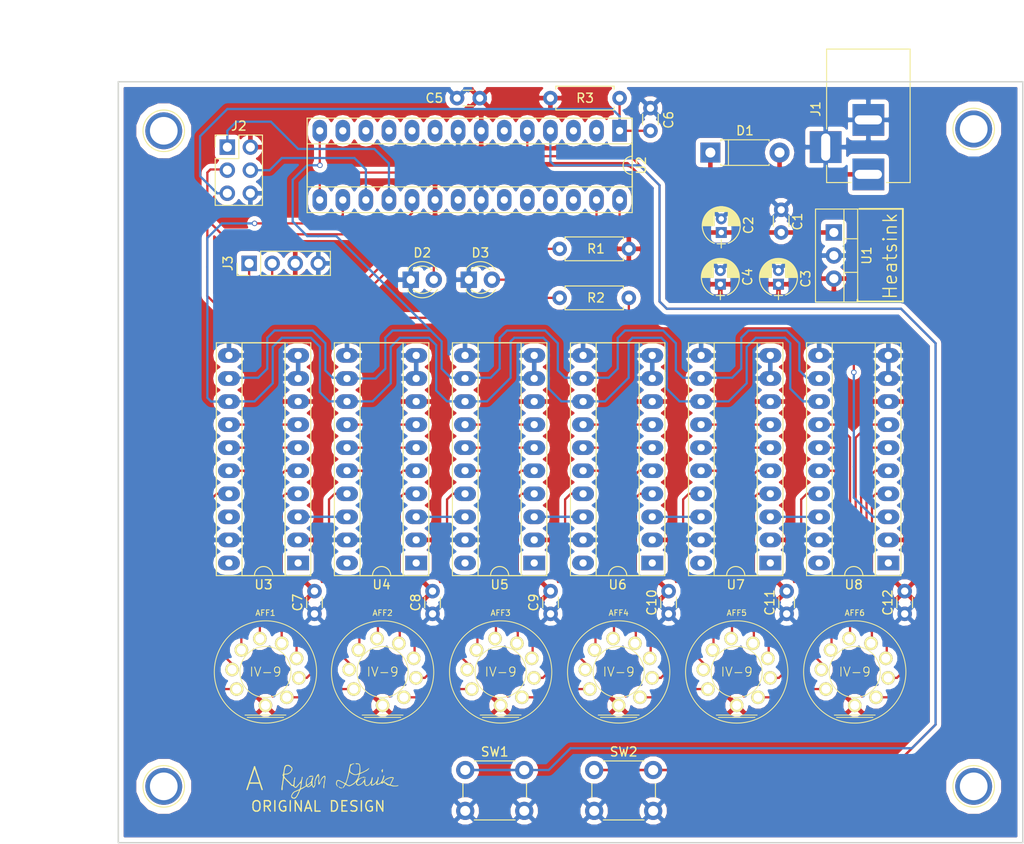
<source format=kicad_pcb>
(kicad_pcb (version 4) (host pcbnew 4.0.6)
  (title_block (title "Numitron Clock PCB") (date 2017-05-09) (rev 3) (company "Designed by Ryan Davis") (comment 1 "Revision 1: Initial Design") (comment 2 "Revision 2: Increased width of power traces and added power plane on top copper") (comment 3 "Revision 3: Corrected ISP header orientation and changed references to be more consistent"))
  (layers (0 F.Cu signal) (31 B.Cu signal) (34 B.Paste user) (35 F.Paste user) (36 B.SilkS user) (37 F.SilkS user) (38 B.Mask user) (39 F.Mask user) (44 Edge.Cuts user))
  (net 0 "")
  (net 1 +5V)
  (net 2 "Net-(AFF1-Pad2)")
  (net 3 "Net-(AFF1-Pad3)")
  (net 4 "Net-(AFF1-Pad4)")
  (net 5 "Net-(AFF1-Pad5)")
  (net 6 "Net-(AFF1-Pad6)")
  (net 7 "Net-(AFF1-Pad7)")
  (net 8 "Net-(AFF1-Pad8)")
  (net 9 "Net-(AFF1-Pad9)")
  (net 10 "Net-(AFF2-Pad2)")
  (net 11 "Net-(AFF2-Pad3)")
  (net 12 "Net-(AFF2-Pad4)")
  (net 13 "Net-(AFF2-Pad5)")
  (net 14 "Net-(AFF2-Pad6)")
  (net 15 "Net-(AFF2-Pad7)")
  (net 16 "Net-(AFF2-Pad8)")
  (net 17 "Net-(AFF2-Pad9)")
  (net 18 "Net-(AFF3-Pad2)")
  (net 19 "Net-(AFF3-Pad3)")
  (net 20 "Net-(AFF3-Pad4)")
  (net 21 "Net-(AFF3-Pad5)")
  (net 22 "Net-(AFF3-Pad6)")
  (net 23 "Net-(AFF3-Pad7)")
  (net 24 "Net-(AFF3-Pad8)")
  (net 25 "Net-(AFF3-Pad9)")
  (net 26 "Net-(AFF4-Pad2)")
  (net 27 "Net-(AFF4-Pad3)")
  (net 28 "Net-(AFF4-Pad4)")
  (net 29 "Net-(AFF4-Pad5)")
  (net 30 "Net-(AFF4-Pad6)")
  (net 31 "Net-(AFF4-Pad7)")
  (net 32 "Net-(AFF4-Pad8)")
  (net 33 "Net-(AFF4-Pad9)")
  (net 34 "Net-(AFF5-Pad2)")
  (net 35 "Net-(AFF5-Pad3)")
  (net 36 "Net-(AFF5-Pad4)")
  (net 37 "Net-(AFF5-Pad5)")
  (net 38 "Net-(AFF5-Pad6)")
  (net 39 "Net-(AFF5-Pad7)")
  (net 40 "Net-(AFF5-Pad8)")
  (net 41 "Net-(AFF5-Pad9)")
  (net 42 "Net-(AFF6-Pad2)")
  (net 43 "Net-(AFF6-Pad3)")
  (net 44 "Net-(AFF6-Pad4)")
  (net 45 "Net-(AFF6-Pad5)")
  (net 46 "Net-(AFF6-Pad6)")
  (net 47 "Net-(AFF6-Pad7)")
  (net 48 "Net-(AFF6-Pad8)")
  (net 49 "Net-(AFF6-Pad9)")
  (net 50 VCC)
  (net 51 GND)
  (net 52 "Net-(D1-Pad2)")
  (net 53 "Net-(D2-Pad2)")
  (net 54 "Net-(D3-Pad2)")
  (net 55 /MISO)
  (net 56 /MOSI)
  (net 57 /SCK)
  (net 58 /RST)
  (net 59 /MODE)
  (net 60 /SET)
  (net 61 /Display/SERIN)
  (net 62 "Net-(U2-Pad2)")
  (net 63 /Display/SRCK)
  (net 64 "Net-(U2-Pad3)")
  (net 65 "Net-(U2-Pad6)")
  (net 66 "Net-(U2-Pad21)")
  (net 67 "Net-(U2-Pad9)")
  (net 68 "Net-(U2-Pad23)")
  (net 69 "Net-(U2-Pad10)")
  (net 70 "Net-(U2-Pad24)")
  (net 71 "Net-(U2-Pad11)")
  (net 72 "Net-(U2-Pad25)")
  (net 73 "Net-(U2-Pad12)")
  (net 74 "Net-(U2-Pad26)")
  (net 75 "Net-(U2-Pad13)")
  (net 76 /Display/RCK)
  (net 77 "Net-(U4-Pad3)")
  (net 78 "Net-(U5-Pad3)")
  (net 79 "Net-(U6-Pad3)")
  (net 80 "Net-(U7-Pad3)")
  (net 81 "Net-(J3-Pad1)")
  (net 82 "Net-(J3-Pad2)")
  (net 83 "Net-(U3-Pad3)")
  (net 84 "Net-(U3-Pad18)")
  (module Housings_DIP:DIP-28_W7.62mm_Socket_LongPads (layer F.Cu) (at 148.8 61.6 270)
    (fp_text reference U2 (at 3.81 -2.39 270) (layer F.SilkS))
    (fp_text value ATMEGA328-PU)
    (pad 1 thru_hole rect (at 0 0 270) (size 2.4 1.6) (drill 0.8) (layers *.Cu *.Mask) (net 58 /RST))
    (pad 15 thru_hole oval (at 7.62 33.02 270) (size 2.4 1.6) (drill 0.8) (layers *.Cu *.Mask) (net 61 /Display/SERIN))
    (pad 2 thru_hole oval (at 0 2.54 270) (size 2.4 1.6) (drill 0.8) (layers *.Cu *.Mask) (net 62 "Net-(U2-Pad2)"))
    (pad 16 thru_hole oval (at 7.62 30.48 270) (size 2.4 1.6) (drill 0.8) (layers *.Cu *.Mask) (net 63 /Display/SRCK))
    (pad 3 thru_hole oval (at 0 5.08 270) (size 2.4 1.6) (drill 0.8) (layers *.Cu *.Mask) (net 64 "Net-(U2-Pad3)"))
    (pad 17 thru_hole oval (at 7.62 27.94 270) (size 2.4 1.6) (drill 0.8) (layers *.Cu *.Mask) (net 56 /MOSI))
    (pad 4 thru_hole oval (at 0 7.62 270) (size 2.4 1.6) (drill 0.8) (layers *.Cu *.Mask) (net 59 /MODE))
    (pad 18 thru_hole oval (at 7.62 25.4 270) (size 2.4 1.6) (drill 0.8) (layers *.Cu *.Mask) (net 55 /MISO))
    (pad 5 thru_hole oval (at 0 10.16 270) (size 2.4 1.6) (drill 0.8) (layers *.Cu *.Mask) (net 60 /SET))
    (pad 19 thru_hole oval (at 7.62 22.86 270) (size 2.4 1.6) (drill 0.8) (layers *.Cu *.Mask) (net 57 /SCK))
    (pad 6 thru_hole oval (at 0 12.7 270) (size 2.4 1.6) (drill 0.8) (layers *.Cu *.Mask) (net 65 "Net-(U2-Pad6)"))
    (pad 20 thru_hole oval (at 7.62 20.32 270) (size 2.4 1.6) (drill 0.8) (layers *.Cu *.Mask) (net 1 +5V))
    (pad 7 thru_hole oval (at 0 15.24 270) (size 2.4 1.6) (drill 0.8) (layers *.Cu *.Mask) (net 1 +5V))
    (pad 21 thru_hole oval (at 7.62 17.78 270) (size 2.4 1.6) (drill 0.8) (layers *.Cu *.Mask) (net 66 "Net-(U2-Pad21)"))
    (pad 8 thru_hole oval (at 0 17.78 270) (size 2.4 1.6) (drill 0.8) (layers *.Cu *.Mask) (net 51 GND))
    (pad 22 thru_hole oval (at 7.62 15.24 270) (size 2.4 1.6) (drill 0.8) (layers *.Cu *.Mask) (net 51 GND))
    (pad 9 thru_hole oval (at 0 20.32 270) (size 2.4 1.6) (drill 0.8) (layers *.Cu *.Mask) (net 67 "Net-(U2-Pad9)"))
    (pad 23 thru_hole oval (at 7.62 12.7 270) (size 2.4 1.6) (drill 0.8) (layers *.Cu *.Mask) (net 68 "Net-(U2-Pad23)"))
    (pad 10 thru_hole oval (at 0 22.86 270) (size 2.4 1.6) (drill 0.8) (layers *.Cu *.Mask) (net 69 "Net-(U2-Pad10)"))
    (pad 24 thru_hole oval (at 7.62 10.16 270) (size 2.4 1.6) (drill 0.8) (layers *.Cu *.Mask) (net 70 "Net-(U2-Pad24)"))
    (pad 11 thru_hole oval (at 0 25.4 270) (size 2.4 1.6) (drill 0.8) (layers *.Cu *.Mask) (net 71 "Net-(U2-Pad11)"))
    (pad 25 thru_hole oval (at 7.62 7.62 270) (size 2.4 1.6) (drill 0.8) (layers *.Cu *.Mask) (net 72 "Net-(U2-Pad25)"))
    (pad 12 thru_hole oval (at 0 27.94 270) (size 2.4 1.6) (drill 0.8) (layers *.Cu *.Mask) (net 73 "Net-(U2-Pad12)"))
    (pad 26 thru_hole oval (at 7.62 5.08 270) (size 2.4 1.6) (drill 0.8) (layers *.Cu *.Mask) (net 74 "Net-(U2-Pad26)"))
    (pad 13 thru_hole oval (at 0 30.48 270) (size 2.4 1.6) (drill 0.8) (layers *.Cu *.Mask) (net 75 "Net-(U2-Pad13)"))
    (pad 27 thru_hole oval (at 7.62 2.54 270) (size 2.4 1.6) (drill 0.8) (layers *.Cu *.Mask) (net 82 "Net-(J3-Pad2)"))
    (pad 14 thru_hole oval (at 0 33.02 270) (size 2.4 1.6) (drill 0.8) (layers *.Cu *.Mask) (net 76 /Display/RCK))
    (pad 28 thru_hole oval (at 7.62 0 270) (size 2.4 1.6) (drill 0.8) (layers *.Cu *.Mask) (net 81 "Net-(J3-Pad1)"))
  )
  (module Capacitors_ThroughHole:C_Disc_D3.0mm_W1.6mm_P2.50mm (layer F.Cu) (at 115.2 114.8 90)
    (fp_text reference C7 (at 1.25 -1.86 90) (layer F.SilkS))
    (fp_text value 0.1uf)
    (pad 1 thru_hole circle (at 0 0 90) (size 1.6 1.6) (drill 0.8) (layers *.Cu *.Mask) (net 51 GND))
    (pad 2 thru_hole circle (at 2.5 0 90) (size 1.6 1.6) (drill 0.8) (layers *.Cu *.Mask) (net 1 +5V))
  )
  (module Pin_Headers:Pin_Header_Straight_2x03_Pitch2.54mm (layer F.Cu) (at 105.6 63.4)
    (fp_text reference J2 (at 1.27 -2.33) (layer F.SilkS))
    (fp_text value ISP)
    (pad 1 thru_hole rect (at 0 0) (size 1.7 1.7) (drill 1) (layers *.Cu *.Mask) (net 55 /MISO))
    (pad 2 thru_hole oval (at 2.54 0) (size 1.7 1.7) (drill 1) (layers *.Cu *.Mask) (net 1 +5V))
    (pad 3 thru_hole oval (at 0 2.54) (size 1.7 1.7) (drill 1) (layers *.Cu *.Mask) (net 57 /SCK))
    (pad 4 thru_hole oval (at 2.54 2.54) (size 1.7 1.7) (drill 1) (layers *.Cu *.Mask) (net 56 /MOSI))
    (pad 5 thru_hole oval (at 0 5.08) (size 1.7 1.7) (drill 1) (layers *.Cu *.Mask) (net 58 /RST))
    (pad 6 thru_hole oval (at 2.54 5.08) (size 1.7 1.7) (drill 1) (layers *.Cu *.Mask) (net 51 GND))
  )
  (module jyd:NUM_IV-9 (layer F.Cu) (at 148.7 121.2)
    (fp_text reference AFF4 (at 0 -6.5) (layer F.SilkS) (effects (font (size 0.625 0.625) (thickness 0.1))))
    (fp_text value Numitron_IV9 hide)
    (fp_text user IV-9 (at 0 0) (layer F.SilkS) (effects (font (thickness 0.1))))
    (pad 1 thru_hole circle (at 0 3.675) (size 1.5 1.5) (drill 1) (layers *.Cu *.Mask F.SilkS) (net 1 +5V))
    (pad 2 thru_hole circle (at 2.345 2.79) (size 1.5 1.5) (drill 1) (layers *.Cu *.Mask F.SilkS) (net 26 "Net-(AFF4-Pad2)"))
    (pad 3 thru_hole circle (at 3.675 0.655) (size 1.5 1.5) (drill 1) (layers *.Cu *.Mask F.SilkS) (net 27 "Net-(AFF4-Pad3)"))
    (pad 4 thru_hole circle (at 3.425 -1.5) (size 1.5 1.5) (drill 1) (layers *.Cu *.Mask F.SilkS) (net 28 "Net-(AFF4-Pad4)"))
    (pad 5 thru_hole circle (at 1.79 -3.155) (size 1.5 1.5) (drill 1) (layers *.Cu *.Mask F.SilkS) (net 29 "Net-(AFF4-Pad5)"))
    (pad 6 thru_hole circle (at -0.615 -3.675) (size 1.5 1.5) (drill 1) (layers *.Cu *.Mask F.SilkS) (net 30 "Net-(AFF4-Pad6)"))
    (pad 7 thru_hole circle (at -2.655 -2.425) (size 1.5 1.5) (drill 1) (layers *.Cu *.Mask F.SilkS) (net 31 "Net-(AFF4-Pad7)"))
    (pad 8 thru_hole circle (at -3.675 -0.27) (size 1.5 1.5) (drill 1) (layers *.Cu *.Mask F.SilkS) (net 32 "Net-(AFF4-Pad8)"))
    (pad 9 thru_hole circle (at -3.175 1.885) (size 1.5 1.5) (drill 1) (layers *.Cu *.Mask F.SilkS) (net 33 "Net-(AFF4-Pad9)"))
  )
  (module Connect:1pin (layer F.Cu) (at 98.6 133.8)
    (fp_text reference "" (at 0 -3.048) (layer F.SilkS))
    (fp_text value "")
    (pad 1 thru_hole circle (at 0 0) (size 4.064 4.064) (drill 3.048) (layers *.Cu *.Mask) (clearance 1))
  )
  (module Connect:1pin (layer F.Cu) (at 187.8 133.8)
    (fp_text reference "" (at 0 -3.048) (layer F.SilkS))
    (fp_text value "")
    (pad 1 thru_hole circle (at 0 0) (size 4.064 4.064) (drill 3.048) (layers *.Cu *.Mask) (clearance 1))
  )
  (module Connect:1pin (layer F.Cu) (at 98.6 61.6)
    (fp_text reference "" (at 0 -3.048) (layer F.SilkS))
    (fp_text value "")
    (pad 1 thru_hole circle (at 0 0) (size 4.064 4.064) (drill 3.048) (layers *.Cu *.Mask) (clearance 1))
  )
  (module jyd:NUM_IV-9 (layer F.Cu) (at 109.8 121.2)
    (fp_text reference AFF1 (at 0 -6.5) (layer F.SilkS) (effects (font (size 0.625 0.625) (thickness 0.1))))
    (fp_text value Numitron_IV9 hide)
    (fp_text user IV-9 (at 0 0) (layer F.SilkS) (effects (font (thickness 0.1))))
    (pad 1 thru_hole circle (at 0 3.675) (size 1.5 1.5) (drill 1) (layers *.Cu *.Mask F.SilkS) (net 1 +5V))
    (pad 2 thru_hole circle (at 2.345 2.79) (size 1.5 1.5) (drill 1) (layers *.Cu *.Mask F.SilkS) (net 2 "Net-(AFF1-Pad2)"))
    (pad 3 thru_hole circle (at 3.675 0.655) (size 1.5 1.5) (drill 1) (layers *.Cu *.Mask F.SilkS) (net 3 "Net-(AFF1-Pad3)"))
    (pad 4 thru_hole circle (at 3.425 -1.5) (size 1.5 1.5) (drill 1) (layers *.Cu *.Mask F.SilkS) (net 4 "Net-(AFF1-Pad4)"))
    (pad 5 thru_hole circle (at 1.79 -3.155) (size 1.5 1.5) (drill 1) (layers *.Cu *.Mask F.SilkS) (net 5 "Net-(AFF1-Pad5)"))
    (pad 6 thru_hole circle (at -0.615 -3.675) (size 1.5 1.5) (drill 1) (layers *.Cu *.Mask F.SilkS) (net 6 "Net-(AFF1-Pad6)"))
    (pad 7 thru_hole circle (at -2.655 -2.425) (size 1.5 1.5) (drill 1) (layers *.Cu *.Mask F.SilkS) (net 7 "Net-(AFF1-Pad7)"))
    (pad 8 thru_hole circle (at -3.675 -0.27) (size 1.5 1.5) (drill 1) (layers *.Cu *.Mask F.SilkS) (net 8 "Net-(AFF1-Pad8)"))
    (pad 9 thru_hole circle (at -3.175 1.885) (size 1.5 1.5) (drill 1) (layers *.Cu *.Mask F.SilkS) (net 9 "Net-(AFF1-Pad9)"))
  )
  (module jyd:NUM_IV-9 (layer F.Cu) (at 122.7 121.2)
    (fp_text reference AFF2 (at 0 -6.5) (layer F.SilkS) (effects (font (size 0.625 0.625) (thickness 0.1))))
    (fp_text value Numitron_IV9 hide)
    (fp_text user IV-9 (at 0 0) (layer F.SilkS) (effects (font (thickness 0.1))))
    (pad 1 thru_hole circle (at 0 3.675) (size 1.5 1.5) (drill 1) (layers *.Cu *.Mask F.SilkS) (net 1 +5V))
    (pad 2 thru_hole circle (at 2.345 2.79) (size 1.5 1.5) (drill 1) (layers *.Cu *.Mask F.SilkS) (net 10 "Net-(AFF2-Pad2)"))
    (pad 3 thru_hole circle (at 3.675 0.655) (size 1.5 1.5) (drill 1) (layers *.Cu *.Mask F.SilkS) (net 11 "Net-(AFF2-Pad3)"))
    (pad 4 thru_hole circle (at 3.425 -1.5) (size 1.5 1.5) (drill 1) (layers *.Cu *.Mask F.SilkS) (net 12 "Net-(AFF2-Pad4)"))
    (pad 5 thru_hole circle (at 1.79 -3.155) (size 1.5 1.5) (drill 1) (layers *.Cu *.Mask F.SilkS) (net 13 "Net-(AFF2-Pad5)"))
    (pad 6 thru_hole circle (at -0.615 -3.675) (size 1.5 1.5) (drill 1) (layers *.Cu *.Mask F.SilkS) (net 14 "Net-(AFF2-Pad6)"))
    (pad 7 thru_hole circle (at -2.655 -2.425) (size 1.5 1.5) (drill 1) (layers *.Cu *.Mask F.SilkS) (net 15 "Net-(AFF2-Pad7)"))
    (pad 8 thru_hole circle (at -3.675 -0.27) (size 1.5 1.5) (drill 1) (layers *.Cu *.Mask F.SilkS) (net 16 "Net-(AFF2-Pad8)"))
    (pad 9 thru_hole circle (at -3.175 1.885) (size 1.5 1.5) (drill 1) (layers *.Cu *.Mask F.SilkS) (net 17 "Net-(AFF2-Pad9)"))
  )
  (module jyd:NUM_IV-9 (layer F.Cu) (at 135.7 121.2)
    (fp_text reference AFF3 (at 0 -6.5) (layer F.SilkS) (effects (font (size 0.625 0.625) (thickness 0.1))))
    (fp_text value Numitron_IV9 hide)
    (fp_text user IV-9 (at 0 0) (layer F.SilkS) (effects (font (thickness 0.1))))
    (pad 1 thru_hole circle (at 0 3.675) (size 1.5 1.5) (drill 1) (layers *.Cu *.Mask F.SilkS) (net 1 +5V))
    (pad 2 thru_hole circle (at 2.345 2.79) (size 1.5 1.5) (drill 1) (layers *.Cu *.Mask F.SilkS) (net 18 "Net-(AFF3-Pad2)"))
    (pad 3 thru_hole circle (at 3.675 0.655) (size 1.5 1.5) (drill 1) (layers *.Cu *.Mask F.SilkS) (net 19 "Net-(AFF3-Pad3)"))
    (pad 4 thru_hole circle (at 3.425 -1.5) (size 1.5 1.5) (drill 1) (layers *.Cu *.Mask F.SilkS) (net 20 "Net-(AFF3-Pad4)"))
    (pad 5 thru_hole circle (at 1.79 -3.155) (size 1.5 1.5) (drill 1) (layers *.Cu *.Mask F.SilkS) (net 21 "Net-(AFF3-Pad5)"))
    (pad 6 thru_hole circle (at -0.615 -3.675) (size 1.5 1.5) (drill 1) (layers *.Cu *.Mask F.SilkS) (net 22 "Net-(AFF3-Pad6)"))
    (pad 7 thru_hole circle (at -2.655 -2.425) (size 1.5 1.5) (drill 1) (layers *.Cu *.Mask F.SilkS) (net 23 "Net-(AFF3-Pad7)"))
    (pad 8 thru_hole circle (at -3.675 -0.27) (size 1.5 1.5) (drill 1) (layers *.Cu *.Mask F.SilkS) (net 24 "Net-(AFF3-Pad8)"))
    (pad 9 thru_hole circle (at -3.175 1.885) (size 1.5 1.5) (drill 1) (layers *.Cu *.Mask F.SilkS) (net 25 "Net-(AFF3-Pad9)"))
  )
  (module jyd:NUM_IV-9 (layer F.Cu) (at 161.7 121.2)
    (fp_text reference AFF5 (at 0 -6.5) (layer F.SilkS) (effects (font (size 0.625 0.625) (thickness 0.1))))
    (fp_text value Numitron_IV9 hide)
    (fp_text user IV-9 (at 0 0) (layer F.SilkS) (effects (font (thickness 0.1))))
    (pad 1 thru_hole circle (at 0 3.675) (size 1.5 1.5) (drill 1) (layers *.Cu *.Mask F.SilkS) (net 1 +5V))
    (pad 2 thru_hole circle (at 2.345 2.79) (size 1.5 1.5) (drill 1) (layers *.Cu *.Mask F.SilkS) (net 34 "Net-(AFF5-Pad2)"))
    (pad 3 thru_hole circle (at 3.675 0.655) (size 1.5 1.5) (drill 1) (layers *.Cu *.Mask F.SilkS) (net 35 "Net-(AFF5-Pad3)"))
    (pad 4 thru_hole circle (at 3.425 -1.5) (size 1.5 1.5) (drill 1) (layers *.Cu *.Mask F.SilkS) (net 36 "Net-(AFF5-Pad4)"))
    (pad 5 thru_hole circle (at 1.79 -3.155) (size 1.5 1.5) (drill 1) (layers *.Cu *.Mask F.SilkS) (net 37 "Net-(AFF5-Pad5)"))
    (pad 6 thru_hole circle (at -0.615 -3.675) (size 1.5 1.5) (drill 1) (layers *.Cu *.Mask F.SilkS) (net 38 "Net-(AFF5-Pad6)"))
    (pad 7 thru_hole circle (at -2.655 -2.425) (size 1.5 1.5) (drill 1) (layers *.Cu *.Mask F.SilkS) (net 39 "Net-(AFF5-Pad7)"))
    (pad 8 thru_hole circle (at -3.675 -0.27) (size 1.5 1.5) (drill 1) (layers *.Cu *.Mask F.SilkS) (net 40 "Net-(AFF5-Pad8)"))
    (pad 9 thru_hole circle (at -3.175 1.885) (size 1.5 1.5) (drill 1) (layers *.Cu *.Mask F.SilkS) (net 41 "Net-(AFF5-Pad9)"))
  )
  (module jyd:NUM_IV-9 (layer F.Cu) (at 174.7 121.2)
    (fp_text reference AFF6 (at 0 -6.5) (layer F.SilkS) (effects (font (size 0.625 0.625) (thickness 0.1))))
    (fp_text value Numitron_IV9 hide)
    (fp_text user IV-9 (at 0 0) (layer F.SilkS) (effects (font (thickness 0.1))))
    (pad 1 thru_hole circle (at 0 3.675) (size 1.5 1.5) (drill 1) (layers *.Cu *.Mask F.SilkS) (net 1 +5V))
    (pad 2 thru_hole circle (at 2.345 2.79) (size 1.5 1.5) (drill 1) (layers *.Cu *.Mask F.SilkS) (net 42 "Net-(AFF6-Pad2)"))
    (pad 3 thru_hole circle (at 3.675 0.655) (size 1.5 1.5) (drill 1) (layers *.Cu *.Mask F.SilkS) (net 43 "Net-(AFF6-Pad3)"))
    (pad 4 thru_hole circle (at 3.425 -1.5) (size 1.5 1.5) (drill 1) (layers *.Cu *.Mask F.SilkS) (net 44 "Net-(AFF6-Pad4)"))
    (pad 5 thru_hole circle (at 1.79 -3.155) (size 1.5 1.5) (drill 1) (layers *.Cu *.Mask F.SilkS) (net 45 "Net-(AFF6-Pad5)"))
    (pad 6 thru_hole circle (at -0.615 -3.675) (size 1.5 1.5) (drill 1) (layers *.Cu *.Mask F.SilkS) (net 46 "Net-(AFF6-Pad6)"))
    (pad 7 thru_hole circle (at -2.655 -2.425) (size 1.5 1.5) (drill 1) (layers *.Cu *.Mask F.SilkS) (net 47 "Net-(AFF6-Pad7)"))
    (pad 8 thru_hole circle (at -3.675 -0.27) (size 1.5 1.5) (drill 1) (layers *.Cu *.Mask F.SilkS) (net 48 "Net-(AFF6-Pad8)"))
    (pad 9 thru_hole circle (at -3.175 1.885) (size 1.5 1.5) (drill 1) (layers *.Cu *.Mask F.SilkS) (net 49 "Net-(AFF6-Pad9)"))
  )
  (module Capacitors_ThroughHole:C_Disc_D3.0mm_W1.6mm_P2.50mm (layer F.Cu) (at 166.6 72.8 90)
    (fp_text reference C1 (at 1.2 1.8 90) (layer F.SilkS))
    (fp_text value 0.1uf hide)
    (pad 1 thru_hole circle (at 0 0 90) (size 1.6 1.6) (drill 0.8) (layers *.Cu *.Mask) (net 50 VCC))
    (pad 2 thru_hole circle (at 2.5 0 90) (size 1.6 1.6) (drill 0.8) (layers *.Cu *.Mask) (net 51 GND))
  )
  (module Capacitors_ThroughHole:CP_Radial_D4.0mm_P1.50mm (layer F.Cu) (at 160 72.8 90)
    (fp_text reference C2 (at 0.8 3 90) (layer F.SilkS))
    (fp_text value 10uf hide)
    (pad 1 thru_hole rect (at 0 0 90) (size 1.2 1.2) (drill 0.6) (layers *.Cu *.Mask) (net 50 VCC))
    (pad 2 thru_hole circle (at 1.5 0 90) (size 1.2 1.2) (drill 0.6) (layers *.Cu *.Mask) (net 51 GND))
  )
  (module Capacitors_ThroughHole:CP_Radial_D4.0mm_P1.50mm (layer F.Cu) (at 166.3 78.5 90)
    (fp_text reference C3 (at 0.6 3 90) (layer F.SilkS))
    (fp_text value 100uf hide)
    (pad 1 thru_hole rect (at 0 0 90) (size 1.2 1.2) (drill 0.6) (layers *.Cu *.Mask) (net 1 +5V))
    (pad 2 thru_hole circle (at 1.5 0 90) (size 1.2 1.2) (drill 0.6) (layers *.Cu *.Mask) (net 51 GND))
  )
  (module Capacitors_ThroughHole:CP_Radial_D4.0mm_P1.50mm (layer F.Cu) (at 159.9 78.5 90)
    (fp_text reference C4 (at 0.8 3 90) (layer F.SilkS))
    (fp_text value 10uf hide)
    (pad 1 thru_hole rect (at 0 0 90) (size 1.2 1.2) (drill 0.6) (layers *.Cu *.Mask) (net 1 +5V))
    (pad 2 thru_hole circle (at 1.5 0 90) (size 1.2 1.2) (drill 0.6) (layers *.Cu *.Mask) (net 51 GND))
  )
  (module Connect:BARREL_JACK (layer F.Cu) (at 176.2 66.4 270)
    (fp_text reference J1 (at -7.2 5.8 450) (layer F.SilkS))
    (fp_text value BARREL_JACK)
    (pad 1 thru_hole rect (at 0 0 270) (size 3.5 3.5) (drill oval 1 3) (layers *.Cu *.Mask) (net 52 "Net-(D1-Pad2)"))
    (pad 2 thru_hole rect (at -6 0 270) (size 3.5 3.5) (drill oval 1 3) (layers *.Cu *.Mask) (net 51 GND))
    (pad 3 thru_hole rect (at -3 4.7 270) (size 3.5 3.5) (drill oval 3 1) (layers *.Cu *.Mask) (net 51 GND))
  )
  (module Resistors_ThroughHole:R_Axial_DIN0207_L6.3mm_D2.5mm_P7.62mm_Horizontal (layer F.Cu) (at 142.2 74.6)
    (fp_text reference R1 (at 4 0 180) (layer F.SilkS))
    (fp_text value 1k hide)
    (pad 1 thru_hole circle (at 0 0) (size 1.6 1.6) (drill 0.8) (layers *.Cu *.Mask) (net 53 "Net-(D2-Pad2)"))
    (pad 2 thru_hole oval (at 7.62 0) (size 1.6 1.6) (drill 0.8) (layers *.Cu *.Mask) (net 1 +5V))
  )
  (module Resistors_ThroughHole:R_Axial_DIN0207_L6.3mm_D2.5mm_P7.62mm_Horizontal (layer F.Cu) (at 142.2 80)
    (fp_text reference R2 (at 4 0) (layer F.SilkS))
    (fp_text value 1k hide)
    (pad 1 thru_hole circle (at 0 0) (size 1.6 1.6) (drill 0.8) (layers *.Cu *.Mask) (net 54 "Net-(D3-Pad2)"))
    (pad 2 thru_hole oval (at 7.62 0) (size 1.6 1.6) (drill 0.8) (layers *.Cu *.Mask) (net 57 /SCK))
  )
  (module Buttons_Switches_ThroughHole:SW_PUSH_6mm (layer F.Cu) (at 131.8 132)
    (fp_text reference SW1 (at 3.25 -2) (layer F.SilkS))
    (fp_text value TACT_BUTTON)
    (pad 2 thru_hole circle (at 0 4.5 90) (size 2 2) (drill 1.1) (layers *.Cu *.Mask) (net 51 GND))
    (pad 1 thru_hole circle (at 0 0 90) (size 2 2) (drill 1.1) (layers *.Cu *.Mask) (net 59 /MODE))
    (pad 2 thru_hole circle (at 6.5 4.5 90) (size 2 2) (drill 1.1) (layers *.Cu *.Mask) (net 51 GND))
    (pad 1 thru_hole circle (at 6.5 0 90) (size 2 2) (drill 1.1) (layers *.Cu *.Mask) (net 59 /MODE))
  )
  (module Buttons_Switches_ThroughHole:SW_PUSH_6mm (layer F.Cu) (at 146 132)
    (fp_text reference SW2 (at 3.25 -2) (layer F.SilkS))
    (fp_text value TACT_BUTTON)
    (pad 2 thru_hole circle (at 0 4.5 90) (size 2 2) (drill 1.1) (layers *.Cu *.Mask) (net 51 GND))
    (pad 1 thru_hole circle (at 0 0 90) (size 2 2) (drill 1.1) (layers *.Cu *.Mask) (net 60 /SET))
    (pad 2 thru_hole circle (at 6.5 4.5 90) (size 2 2) (drill 1.1) (layers *.Cu *.Mask) (net 51 GND))
    (pad 1 thru_hole circle (at 6.5 0 90) (size 2 2) (drill 1.1) (layers *.Cu *.Mask) (net 60 /SET))
  )
  (module TO_SOT_Packages_THT:TO-220_Vertical (layer F.Cu) (at 172.4 72.8 270)
    (fp_text reference U1 (at 2.54 -3.62 270) (layer F.SilkS))
    (fp_text value 7805)
    (pad 1 thru_hole rect (at 0 0 270) (size 1.8 1.8) (drill 1) (layers *.Cu *.Mask) (net 50 VCC))
    (pad 2 thru_hole oval (at 2.54 0 270) (size 1.8 1.8) (drill 1) (layers *.Cu *.Mask) (net 51 GND))
    (pad 3 thru_hole oval (at 5.08 0 270) (size 1.8 1.8) (drill 1) (layers *.Cu *.Mask) (net 1 +5V))
  )
  (module Housings_DIP:DIP-20_W7.62mm_Socket_LongPads (layer F.Cu) (at 113.4 109.2 180)
    (fp_text reference U3 (at 3.81 -2.39 180) (layer F.SilkS))
    (fp_text value TPIC6B595)
    (pad 1 thru_hole rect (at 0 0 180) (size 2.4 1.6) (drill 0.8) (layers *.Cu *.Mask))
    (pad 11 thru_hole oval (at 7.62 22.86 180) (size 2.4 1.6) (drill 0.8) (layers *.Cu *.Mask) (net 51 GND))
    (pad 2 thru_hole oval (at 0 2.54 180) (size 2.4 1.6) (drill 0.8) (layers *.Cu *.Mask) (net 1 +5V))
    (pad 12 thru_hole oval (at 7.62 20.32 180) (size 2.4 1.6) (drill 0.8) (layers *.Cu *.Mask) (net 76 /Display/RCK))
    (pad 3 thru_hole oval (at 0 5.08 180) (size 2.4 1.6) (drill 0.8) (layers *.Cu *.Mask) (net 83 "Net-(U3-Pad3)"))
    (pad 13 thru_hole oval (at 7.62 17.78 180) (size 2.4 1.6) (drill 0.8) (layers *.Cu *.Mask) (net 63 /Display/SRCK))
    (pad 4 thru_hole oval (at 0 7.62 180) (size 2.4 1.6) (drill 0.8) (layers *.Cu *.Mask) (net 2 "Net-(AFF1-Pad2)"))
    (pad 14 thru_hole oval (at 7.62 15.24 180) (size 2.4 1.6) (drill 0.8) (layers *.Cu *.Mask) (net 6 "Net-(AFF1-Pad6)"))
    (pad 5 thru_hole oval (at 0 10.16 180) (size 2.4 1.6) (drill 0.8) (layers *.Cu *.Mask) (net 3 "Net-(AFF1-Pad3)"))
    (pad 15 thru_hole oval (at 7.62 12.7 180) (size 2.4 1.6) (drill 0.8) (layers *.Cu *.Mask) (net 7 "Net-(AFF1-Pad7)"))
    (pad 6 thru_hole oval (at 0 12.7 180) (size 2.4 1.6) (drill 0.8) (layers *.Cu *.Mask) (net 4 "Net-(AFF1-Pad4)"))
    (pad 16 thru_hole oval (at 7.62 10.16 180) (size 2.4 1.6) (drill 0.8) (layers *.Cu *.Mask) (net 8 "Net-(AFF1-Pad8)"))
    (pad 7 thru_hole oval (at 0 15.24 180) (size 2.4 1.6) (drill 0.8) (layers *.Cu *.Mask) (net 5 "Net-(AFF1-Pad5)"))
    (pad 17 thru_hole oval (at 7.62 7.62 180) (size 2.4 1.6) (drill 0.8) (layers *.Cu *.Mask) (net 9 "Net-(AFF1-Pad9)"))
    (pad 8 thru_hole oval (at 0 17.78 180) (size 2.4 1.6) (drill 0.8) (layers *.Cu *.Mask) (net 1 +5V))
    (pad 18 thru_hole oval (at 7.62 5.08 180) (size 2.4 1.6) (drill 0.8) (layers *.Cu *.Mask) (net 84 "Net-(U3-Pad18)"))
    (pad 9 thru_hole oval (at 0 20.32 180) (size 2.4 1.6) (drill 0.8) (layers *.Cu *.Mask) (net 51 GND))
    (pad 19 thru_hole oval (at 7.62 2.54 180) (size 2.4 1.6) (drill 0.8) (layers *.Cu *.Mask) (net 51 GND))
    (pad 10 thru_hole oval (at 0 22.86 180) (size 2.4 1.6) (drill 0.8) (layers *.Cu *.Mask) (net 51 GND))
    (pad 20 thru_hole oval (at 7.62 0 180) (size 2.4 1.6) (drill 0.8) (layers *.Cu *.Mask))
  )
  (module Housings_DIP:DIP-20_W7.62mm_Socket_LongPads (layer F.Cu) (at 126.4 109.2 180)
    (fp_text reference U4 (at 3.81 -2.39 180) (layer F.SilkS))
    (fp_text value TPIC6B595)
    (pad 1 thru_hole rect (at 0 0 180) (size 2.4 1.6) (drill 0.8) (layers *.Cu *.Mask))
    (pad 11 thru_hole oval (at 7.62 22.86 180) (size 2.4 1.6) (drill 0.8) (layers *.Cu *.Mask) (net 51 GND))
    (pad 2 thru_hole oval (at 0 2.54 180) (size 2.4 1.6) (drill 0.8) (layers *.Cu *.Mask) (net 1 +5V))
    (pad 12 thru_hole oval (at 7.62 20.32 180) (size 2.4 1.6) (drill 0.8) (layers *.Cu *.Mask) (net 76 /Display/RCK))
    (pad 3 thru_hole oval (at 0 5.08 180) (size 2.4 1.6) (drill 0.8) (layers *.Cu *.Mask) (net 77 "Net-(U4-Pad3)"))
    (pad 13 thru_hole oval (at 7.62 17.78 180) (size 2.4 1.6) (drill 0.8) (layers *.Cu *.Mask) (net 63 /Display/SRCK))
    (pad 4 thru_hole oval (at 0 7.62 180) (size 2.4 1.6) (drill 0.8) (layers *.Cu *.Mask) (net 10 "Net-(AFF2-Pad2)"))
    (pad 14 thru_hole oval (at 7.62 15.24 180) (size 2.4 1.6) (drill 0.8) (layers *.Cu *.Mask) (net 14 "Net-(AFF2-Pad6)"))
    (pad 5 thru_hole oval (at 0 10.16 180) (size 2.4 1.6) (drill 0.8) (layers *.Cu *.Mask) (net 11 "Net-(AFF2-Pad3)"))
    (pad 15 thru_hole oval (at 7.62 12.7 180) (size 2.4 1.6) (drill 0.8) (layers *.Cu *.Mask) (net 15 "Net-(AFF2-Pad7)"))
    (pad 6 thru_hole oval (at 0 12.7 180) (size 2.4 1.6) (drill 0.8) (layers *.Cu *.Mask) (net 12 "Net-(AFF2-Pad4)"))
    (pad 16 thru_hole oval (at 7.62 10.16 180) (size 2.4 1.6) (drill 0.8) (layers *.Cu *.Mask) (net 16 "Net-(AFF2-Pad8)"))
    (pad 7 thru_hole oval (at 0 15.24 180) (size 2.4 1.6) (drill 0.8) (layers *.Cu *.Mask) (net 13 "Net-(AFF2-Pad5)"))
    (pad 17 thru_hole oval (at 7.62 7.62 180) (size 2.4 1.6) (drill 0.8) (layers *.Cu *.Mask) (net 17 "Net-(AFF2-Pad9)"))
    (pad 8 thru_hole oval (at 0 17.78 180) (size 2.4 1.6) (drill 0.8) (layers *.Cu *.Mask) (net 1 +5V))
    (pad 18 thru_hole oval (at 7.62 5.08 180) (size 2.4 1.6) (drill 0.8) (layers *.Cu *.Mask) (net 83 "Net-(U3-Pad3)"))
    (pad 9 thru_hole oval (at 0 20.32 180) (size 2.4 1.6) (drill 0.8) (layers *.Cu *.Mask) (net 51 GND))
    (pad 19 thru_hole oval (at 7.62 2.54 180) (size 2.4 1.6) (drill 0.8) (layers *.Cu *.Mask) (net 51 GND))
    (pad 10 thru_hole oval (at 0 22.86 180) (size 2.4 1.6) (drill 0.8) (layers *.Cu *.Mask) (net 51 GND))
    (pad 20 thru_hole oval (at 7.62 0 180) (size 2.4 1.6) (drill 0.8) (layers *.Cu *.Mask))
  )
  (module Housings_DIP:DIP-20_W7.62mm_Socket_LongPads (layer F.Cu) (at 139.4 109.2 180)
    (fp_text reference U5 (at 3.81 -2.39 180) (layer F.SilkS))
    (fp_text value TPIC6B595)
    (pad 1 thru_hole rect (at 0 0 180) (size 2.4 1.6) (drill 0.8) (layers *.Cu *.Mask))
    (pad 11 thru_hole oval (at 7.62 22.86 180) (size 2.4 1.6) (drill 0.8) (layers *.Cu *.Mask) (net 51 GND))
    (pad 2 thru_hole oval (at 0 2.54 180) (size 2.4 1.6) (drill 0.8) (layers *.Cu *.Mask) (net 1 +5V))
    (pad 12 thru_hole oval (at 7.62 20.32 180) (size 2.4 1.6) (drill 0.8) (layers *.Cu *.Mask) (net 76 /Display/RCK))
    (pad 3 thru_hole oval (at 0 5.08 180) (size 2.4 1.6) (drill 0.8) (layers *.Cu *.Mask) (net 78 "Net-(U5-Pad3)"))
    (pad 13 thru_hole oval (at 7.62 17.78 180) (size 2.4 1.6) (drill 0.8) (layers *.Cu *.Mask) (net 63 /Display/SRCK))
    (pad 4 thru_hole oval (at 0 7.62 180) (size 2.4 1.6) (drill 0.8) (layers *.Cu *.Mask) (net 18 "Net-(AFF3-Pad2)"))
    (pad 14 thru_hole oval (at 7.62 15.24 180) (size 2.4 1.6) (drill 0.8) (layers *.Cu *.Mask) (net 22 "Net-(AFF3-Pad6)"))
    (pad 5 thru_hole oval (at 0 10.16 180) (size 2.4 1.6) (drill 0.8) (layers *.Cu *.Mask) (net 19 "Net-(AFF3-Pad3)"))
    (pad 15 thru_hole oval (at 7.62 12.7 180) (size 2.4 1.6) (drill 0.8) (layers *.Cu *.Mask) (net 23 "Net-(AFF3-Pad7)"))
    (pad 6 thru_hole oval (at 0 12.7 180) (size 2.4 1.6) (drill 0.8) (layers *.Cu *.Mask) (net 20 "Net-(AFF3-Pad4)"))
    (pad 16 thru_hole oval (at 7.62 10.16 180) (size 2.4 1.6) (drill 0.8) (layers *.Cu *.Mask) (net 24 "Net-(AFF3-Pad8)"))
    (pad 7 thru_hole oval (at 0 15.24 180) (size 2.4 1.6) (drill 0.8) (layers *.Cu *.Mask) (net 21 "Net-(AFF3-Pad5)"))
    (pad 17 thru_hole oval (at 7.62 7.62 180) (size 2.4 1.6) (drill 0.8) (layers *.Cu *.Mask) (net 25 "Net-(AFF3-Pad9)"))
    (pad 8 thru_hole oval (at 0 17.78 180) (size 2.4 1.6) (drill 0.8) (layers *.Cu *.Mask) (net 1 +5V))
    (pad 18 thru_hole oval (at 7.62 5.08 180) (size 2.4 1.6) (drill 0.8) (layers *.Cu *.Mask) (net 77 "Net-(U4-Pad3)"))
    (pad 9 thru_hole oval (at 0 20.32 180) (size 2.4 1.6) (drill 0.8) (layers *.Cu *.Mask) (net 51 GND))
    (pad 19 thru_hole oval (at 7.62 2.54 180) (size 2.4 1.6) (drill 0.8) (layers *.Cu *.Mask) (net 51 GND))
    (pad 10 thru_hole oval (at 0 22.86 180) (size 2.4 1.6) (drill 0.8) (layers *.Cu *.Mask) (net 51 GND))
    (pad 20 thru_hole oval (at 7.62 0 180) (size 2.4 1.6) (drill 0.8) (layers *.Cu *.Mask))
  )
  (module Housings_DIP:DIP-20_W7.62mm_Socket_LongPads (layer F.Cu) (at 152.4 109.2 180)
    (fp_text reference U6 (at 3.81 -2.39 180) (layer F.SilkS))
    (fp_text value TPIC6B595)
    (pad 1 thru_hole rect (at 0 0 180) (size 2.4 1.6) (drill 0.8) (layers *.Cu *.Mask))
    (pad 11 thru_hole oval (at 7.62 22.86 180) (size 2.4 1.6) (drill 0.8) (layers *.Cu *.Mask) (net 51 GND))
    (pad 2 thru_hole oval (at 0 2.54 180) (size 2.4 1.6) (drill 0.8) (layers *.Cu *.Mask) (net 1 +5V))
    (pad 12 thru_hole oval (at 7.62 20.32 180) (size 2.4 1.6) (drill 0.8) (layers *.Cu *.Mask) (net 76 /Display/RCK))
    (pad 3 thru_hole oval (at 0 5.08 180) (size 2.4 1.6) (drill 0.8) (layers *.Cu *.Mask) (net 79 "Net-(U6-Pad3)"))
    (pad 13 thru_hole oval (at 7.62 17.78 180) (size 2.4 1.6) (drill 0.8) (layers *.Cu *.Mask) (net 63 /Display/SRCK))
    (pad 4 thru_hole oval (at 0 7.62 180) (size 2.4 1.6) (drill 0.8) (layers *.Cu *.Mask) (net 26 "Net-(AFF4-Pad2)"))
    (pad 14 thru_hole oval (at 7.62 15.24 180) (size 2.4 1.6) (drill 0.8) (layers *.Cu *.Mask) (net 30 "Net-(AFF4-Pad6)"))
    (pad 5 thru_hole oval (at 0 10.16 180) (size 2.4 1.6) (drill 0.8) (layers *.Cu *.Mask) (net 27 "Net-(AFF4-Pad3)"))
    (pad 15 thru_hole oval (at 7.62 12.7 180) (size 2.4 1.6) (drill 0.8) (layers *.Cu *.Mask) (net 31 "Net-(AFF4-Pad7)"))
    (pad 6 thru_hole oval (at 0 12.7 180) (size 2.4 1.6) (drill 0.8) (layers *.Cu *.Mask) (net 28 "Net-(AFF4-Pad4)"))
    (pad 16 thru_hole oval (at 7.62 10.16 180) (size 2.4 1.6) (drill 0.8) (layers *.Cu *.Mask) (net 32 "Net-(AFF4-Pad8)"))
    (pad 7 thru_hole oval (at 0 15.24 180) (size 2.4 1.6) (drill 0.8) (layers *.Cu *.Mask) (net 29 "Net-(AFF4-Pad5)"))
    (pad 17 thru_hole oval (at 7.62 7.62 180) (size 2.4 1.6) (drill 0.8) (layers *.Cu *.Mask) (net 33 "Net-(AFF4-Pad9)"))
    (pad 8 thru_hole oval (at 0 17.78 180) (size 2.4 1.6) (drill 0.8) (layers *.Cu *.Mask) (net 1 +5V))
    (pad 18 thru_hole oval (at 7.62 5.08 180) (size 2.4 1.6) (drill 0.8) (layers *.Cu *.Mask) (net 78 "Net-(U5-Pad3)"))
    (pad 9 thru_hole oval (at 0 20.32 180) (size 2.4 1.6) (drill 0.8) (layers *.Cu *.Mask) (net 51 GND))
    (pad 19 thru_hole oval (at 7.62 2.54 180) (size 2.4 1.6) (drill 0.8) (layers *.Cu *.Mask) (net 51 GND))
    (pad 10 thru_hole oval (at 0 22.86 180) (size 2.4 1.6) (drill 0.8) (layers *.Cu *.Mask) (net 51 GND))
    (pad 20 thru_hole oval (at 7.62 0 180) (size 2.4 1.6) (drill 0.8) (layers *.Cu *.Mask))
  )
  (module Housings_DIP:DIP-20_W7.62mm_Socket_LongPads (layer F.Cu) (at 165.4 109.2 180)
    (fp_text reference U7 (at 3.81 -2.39 180) (layer F.SilkS))
    (fp_text value TPIC6B595)
    (pad 1 thru_hole rect (at 0 0 180) (size 2.4 1.6) (drill 0.8) (layers *.Cu *.Mask))
    (pad 11 thru_hole oval (at 7.62 22.86 180) (size 2.4 1.6) (drill 0.8) (layers *.Cu *.Mask) (net 51 GND))
    (pad 2 thru_hole oval (at 0 2.54 180) (size 2.4 1.6) (drill 0.8) (layers *.Cu *.Mask) (net 1 +5V))
    (pad 12 thru_hole oval (at 7.62 20.32 180) (size 2.4 1.6) (drill 0.8) (layers *.Cu *.Mask) (net 76 /Display/RCK))
    (pad 3 thru_hole oval (at 0 5.08 180) (size 2.4 1.6) (drill 0.8) (layers *.Cu *.Mask) (net 80 "Net-(U7-Pad3)"))
    (pad 13 thru_hole oval (at 7.62 17.78 180) (size 2.4 1.6) (drill 0.8) (layers *.Cu *.Mask) (net 63 /Display/SRCK))
    (pad 4 thru_hole oval (at 0 7.62 180) (size 2.4 1.6) (drill 0.8) (layers *.Cu *.Mask) (net 34 "Net-(AFF5-Pad2)"))
    (pad 14 thru_hole oval (at 7.62 15.24 180) (size 2.4 1.6) (drill 0.8) (layers *.Cu *.Mask) (net 38 "Net-(AFF5-Pad6)"))
    (pad 5 thru_hole oval (at 0 10.16 180) (size 2.4 1.6) (drill 0.8) (layers *.Cu *.Mask) (net 35 "Net-(AFF5-Pad3)"))
    (pad 15 thru_hole oval (at 7.62 12.7 180) (size 2.4 1.6) (drill 0.8) (layers *.Cu *.Mask) (net 39 "Net-(AFF5-Pad7)"))
    (pad 6 thru_hole oval (at 0 12.7 180) (size 2.4 1.6) (drill 0.8) (layers *.Cu *.Mask) (net 36 "Net-(AFF5-Pad4)"))
    (pad 16 thru_hole oval (at 7.62 10.16 180) (size 2.4 1.6) (drill 0.8) (layers *.Cu *.Mask) (net 40 "Net-(AFF5-Pad8)"))
    (pad 7 thru_hole oval (at 0 15.24 180) (size 2.4 1.6) (drill 0.8) (layers *.Cu *.Mask) (net 37 "Net-(AFF5-Pad5)"))
    (pad 17 thru_hole oval (at 7.62 7.62 180) (size 2.4 1.6) (drill 0.8) (layers *.Cu *.Mask) (net 41 "Net-(AFF5-Pad9)"))
    (pad 8 thru_hole oval (at 0 17.78 180) (size 2.4 1.6) (drill 0.8) (layers *.Cu *.Mask) (net 1 +5V))
    (pad 18 thru_hole oval (at 7.62 5.08 180) (size 2.4 1.6) (drill 0.8) (layers *.Cu *.Mask) (net 79 "Net-(U6-Pad3)"))
    (pad 9 thru_hole oval (at 0 20.32 180) (size 2.4 1.6) (drill 0.8) (layers *.Cu *.Mask) (net 51 GND))
    (pad 19 thru_hole oval (at 7.62 2.54 180) (size 2.4 1.6) (drill 0.8) (layers *.Cu *.Mask) (net 51 GND))
    (pad 10 thru_hole oval (at 0 22.86 180) (size 2.4 1.6) (drill 0.8) (layers *.Cu *.Mask) (net 51 GND))
    (pad 20 thru_hole oval (at 7.62 0 180) (size 2.4 1.6) (drill 0.8) (layers *.Cu *.Mask))
  )
  (module Housings_DIP:DIP-20_W7.62mm_Socket_LongPads (layer F.Cu) (at 178.4 109.2 180)
    (fp_text reference U8 (at 3.81 -2.39 180) (layer F.SilkS))
    (fp_text value TPIC6B595)
    (pad 1 thru_hole rect (at 0 0 180) (size 2.4 1.6) (drill 0.8) (layers *.Cu *.Mask))
    (pad 11 thru_hole oval (at 7.62 22.86 180) (size 2.4 1.6) (drill 0.8) (layers *.Cu *.Mask) (net 51 GND))
    (pad 2 thru_hole oval (at 0 2.54 180) (size 2.4 1.6) (drill 0.8) (layers *.Cu *.Mask) (net 1 +5V))
    (pad 12 thru_hole oval (at 7.62 20.32 180) (size 2.4 1.6) (drill 0.8) (layers *.Cu *.Mask) (net 76 /Display/RCK))
    (pad 3 thru_hole oval (at 0 5.08 180) (size 2.4 1.6) (drill 0.8) (layers *.Cu *.Mask) (net 61 /Display/SERIN))
    (pad 13 thru_hole oval (at 7.62 17.78 180) (size 2.4 1.6) (drill 0.8) (layers *.Cu *.Mask) (net 63 /Display/SRCK))
    (pad 4 thru_hole oval (at 0 7.62 180) (size 2.4 1.6) (drill 0.8) (layers *.Cu *.Mask) (net 42 "Net-(AFF6-Pad2)"))
    (pad 14 thru_hole oval (at 7.62 15.24 180) (size 2.4 1.6) (drill 0.8) (layers *.Cu *.Mask) (net 46 "Net-(AFF6-Pad6)"))
    (pad 5 thru_hole oval (at 0 10.16 180) (size 2.4 1.6) (drill 0.8) (layers *.Cu *.Mask) (net 43 "Net-(AFF6-Pad3)"))
    (pad 15 thru_hole oval (at 7.62 12.7 180) (size 2.4 1.6) (drill 0.8) (layers *.Cu *.Mask) (net 47 "Net-(AFF6-Pad7)"))
    (pad 6 thru_hole oval (at 0 12.7 180) (size 2.4 1.6) (drill 0.8) (layers *.Cu *.Mask) (net 44 "Net-(AFF6-Pad4)"))
    (pad 16 thru_hole oval (at 7.62 10.16 180) (size 2.4 1.6) (drill 0.8) (layers *.Cu *.Mask) (net 48 "Net-(AFF6-Pad8)"))
    (pad 7 thru_hole oval (at 0 15.24 180) (size 2.4 1.6) (drill 0.8) (layers *.Cu *.Mask) (net 45 "Net-(AFF6-Pad5)"))
    (pad 17 thru_hole oval (at 7.62 7.62 180) (size 2.4 1.6) (drill 0.8) (layers *.Cu *.Mask) (net 49 "Net-(AFF6-Pad9)"))
    (pad 8 thru_hole oval (at 0 17.78 180) (size 2.4 1.6) (drill 0.8) (layers *.Cu *.Mask) (net 1 +5V))
    (pad 18 thru_hole oval (at 7.62 5.08 180) (size 2.4 1.6) (drill 0.8) (layers *.Cu *.Mask) (net 80 "Net-(U7-Pad3)"))
    (pad 9 thru_hole oval (at 0 20.32 180) (size 2.4 1.6) (drill 0.8) (layers *.Cu *.Mask) (net 51 GND))
    (pad 19 thru_hole oval (at 7.62 2.54 180) (size 2.4 1.6) (drill 0.8) (layers *.Cu *.Mask) (net 51 GND))
    (pad 10 thru_hole oval (at 0 22.86 180) (size 2.4 1.6) (drill 0.8) (layers *.Cu *.Mask) (net 51 GND))
    (pad 20 thru_hole oval (at 7.62 0 180) (size 2.4 1.6) (drill 0.8) (layers *.Cu *.Mask))
  )
  (module LEDs:LED_D3.0mm (layer F.Cu) (at 125.8 78)
    (fp_text reference D2 (at 1.27 -2.96) (layer F.SilkS))
    (fp_text value LED hide)
    (pad 1 thru_hole rect (at 0 0) (size 1.8 1.8) (drill 0.9) (layers *.Cu *.Mask) (net 51 GND))
    (pad 2 thru_hole circle (at 2.54 0) (size 1.8 1.8) (drill 0.9) (layers *.Cu *.Mask) (net 53 "Net-(D2-Pad2)"))
  )
  (module LEDs:LED_D3.0mm (layer F.Cu) (at 132.2 78)
    (fp_text reference D3 (at 1.27 -2.96) (layer F.SilkS))
    (fp_text value LED hide)
    (pad 1 thru_hole rect (at 0 0) (size 1.8 1.8) (drill 0.9) (layers *.Cu *.Mask) (net 51 GND))
    (pad 2 thru_hole circle (at 2.54 0) (size 1.8 1.8) (drill 0.9) (layers *.Cu *.Mask) (net 54 "Net-(D3-Pad2)"))
  )
  (module Connect:1pin (layer F.Cu) (at 187.8 61.4)
    (fp_text reference "" (at 0 -3.048) (layer F.SilkS))
    (fp_text value "")
    (pad 1 thru_hole circle (at 0 0) (size 4.064 4.064) (drill 3.048) (layers *.Cu *.Mask) (clearance 1))
  )
  (module Capacitors_ThroughHole:C_Disc_D3.0mm_W1.6mm_P2.50mm (layer F.Cu) (at 152.2 61.6 90)
    (fp_text reference C6 (at 1.2 2 90) (layer F.SilkS))
    (fp_text value 0.01uf)
    (pad 1 thru_hole circle (at 0 0 90) (size 1.6 1.6) (drill 0.8) (layers *.Cu *.Mask) (net 58 /RST))
    (pad 2 thru_hole circle (at 2.5 0 90) (size 1.6 1.6) (drill 0.8) (layers *.Cu *.Mask) (net 51 GND))
  )
  (module Capacitors_ThroughHole:C_Disc_D3.0mm_W1.6mm_P2.50mm (layer F.Cu) (at 128.2 114.8 90)
    (fp_text reference C8 (at 1.25 -1.86 90) (layer F.SilkS))
    (fp_text value 0.1uf)
    (pad 1 thru_hole circle (at 0 0 90) (size 1.6 1.6) (drill 0.8) (layers *.Cu *.Mask) (net 51 GND))
    (pad 2 thru_hole circle (at 2.5 0 90) (size 1.6 1.6) (drill 0.8) (layers *.Cu *.Mask) (net 1 +5V))
  )
  (module Capacitors_ThroughHole:C_Disc_D3.0mm_W1.6mm_P2.50mm (layer F.Cu) (at 141.2 114.8 90)
    (fp_text reference C9 (at 1.25 -1.86 90) (layer F.SilkS))
    (fp_text value 0.1uf)
    (pad 1 thru_hole circle (at 0 0 90) (size 1.6 1.6) (drill 0.8) (layers *.Cu *.Mask) (net 51 GND))
    (pad 2 thru_hole circle (at 2.5 0 90) (size 1.6 1.6) (drill 0.8) (layers *.Cu *.Mask) (net 1 +5V))
  )
  (module Capacitors_ThroughHole:C_Disc_D3.0mm_W1.6mm_P2.50mm (layer F.Cu) (at 154.2 114.8 90)
    (fp_text reference C10 (at 1.25 -1.86 90) (layer F.SilkS))
    (fp_text value 0.1uf)
    (pad 1 thru_hole circle (at 0 0 90) (size 1.6 1.6) (drill 0.8) (layers *.Cu *.Mask) (net 51 GND))
    (pad 2 thru_hole circle (at 2.5 0 90) (size 1.6 1.6) (drill 0.8) (layers *.Cu *.Mask) (net 1 +5V))
  )
  (module Capacitors_ThroughHole:C_Disc_D3.0mm_W1.6mm_P2.50mm (layer F.Cu) (at 167.2 114.8 90)
    (fp_text reference C11 (at 1.25 -1.86 90) (layer F.SilkS))
    (fp_text value 0.1uf)
    (pad 1 thru_hole circle (at 0 0 90) (size 1.6 1.6) (drill 0.8) (layers *.Cu *.Mask) (net 51 GND))
    (pad 2 thru_hole circle (at 2.5 0 90) (size 1.6 1.6) (drill 0.8) (layers *.Cu *.Mask) (net 1 +5V))
  )
  (module Capacitors_ThroughHole:C_Disc_D3.0mm_W1.6mm_P2.50mm (layer F.Cu) (at 180.2 114.8 90)
    (fp_text reference C12 (at 1.25 -1.86 90) (layer F.SilkS))
    (fp_text value 0.1uf)
    (pad 1 thru_hole circle (at 0 0 90) (size 1.6 1.6) (drill 0.8) (layers *.Cu *.Mask) (net 51 GND))
    (pad 2 thru_hole circle (at 2.5 0 90) (size 1.6 1.6) (drill 0.8) (layers *.Cu *.Mask) (net 1 +5V))
  )
  (module Diodes_ThroughHole:D_DO-41_SOD81_P7.62mm_Horizontal (layer F.Cu) (at 158.8 64)
    (fp_text reference D1 (at 3.81 -2.41) (layer F.SilkS))
    (fp_text value 1N4001)
    (pad 1 thru_hole rect (at 0 0) (size 2.2 2.2) (drill 1.1) (layers *.Cu *.Mask) (net 50 VCC))
    (pad 2 thru_hole oval (at 7.62 0) (size 2.2 2.2) (drill 1.1) (layers *.Cu *.Mask) (net 52 "Net-(D1-Pad2)"))
  )
  (module Resistors_ThroughHole:R_Axial_DIN0207_L6.3mm_D2.5mm_P7.62mm_Horizontal (layer F.Cu) (at 148.8 58 180)
    (fp_text reference R3 (at 3.8 0 180) (layer F.SilkS))
    (fp_text value 10k)
    (pad 1 thru_hole circle (at 0 0 180) (size 1.6 1.6) (drill 0.8) (layers *.Cu *.Mask) (net 58 /RST))
    (pad 2 thru_hole oval (at 7.62 0 180) (size 1.6 1.6) (drill 0.8) (layers *.Cu *.Mask) (net 1 +5V))
  )
  (module KicadSignature:SigAndTextMed (layer F.Cu) (at 117.6 133)
    (fp_text reference "" hide)
    (fp_text value "" hide)
    (fp_text user "ORIGINAL DESIGN" (at -2 3) (layer F.SilkS) (effects (font (size 1.15 1.15))))
    (fp_text user A (at -9 0) (layer F.SilkS) (effects (font (size 2.5 2.5))))
  )
  (module Capacitors_ThroughHole:C_Disc_D3.0mm_W1.6mm_P2.50mm (layer F.Cu) (at 133.4 58 180)
    (fp_text reference C5 (at 5 0 180) (layer F.SilkS))
    (fp_text value 0.1uf)
    (pad 1 thru_hole circle (at 0 0 180) (size 1.6 1.6) (drill 0.8) (layers *.Cu *.Mask) (net 1 +5V))
    (pad 2 thru_hole circle (at 2.5 0 180) (size 1.6 1.6) (drill 0.8) (layers *.Cu *.Mask) (net 51 GND))
  )
  (module Pin_Headers:Pin_Header_Straight_1x04_Pitch2.54mm (layer F.Cu) (at 108 76.2 90)
    (fp_text reference J3 (at 0 -2.33 90) (layer F.SilkS))
    (fp_text value RTC_Breakout)
    (pad 1 thru_hole rect (at 0 0 90) (size 1.7 1.7) (drill 1) (layers *.Cu *.Mask) (net 81 "Net-(J3-Pad1)"))
    (pad 2 thru_hole oval (at 0 2.54 90) (size 1.7 1.7) (drill 1) (layers *.Cu *.Mask) (net 82 "Net-(J3-Pad2)"))
    (pad 3 thru_hole oval (at 0 5.08 90) (size 1.7 1.7) (drill 1) (layers *.Cu *.Mask) (net 1 +5V))
    (pad 4 thru_hole oval (at 0 7.62 90) (size 1.7 1.7) (drill 1) (layers *.Cu *.Mask) (net 51 GND))
  )
  (gr_text Heatsink (at 178.6 75.4 90) (layer F.SilkS) (effects (font (size 1.5 1.5))))
  (gr_line (start 175 80.4) (end 175 80.2) (angle 90) (layer F.SilkS) (width 0.2))
  (gr_line (start 180 80.4) (end 175 80.4) (angle 90) (layer F.SilkS) (width 0.2))
  (gr_line (start 180 70.2) (end 180 80.4) (angle 90) (layer F.SilkS) (width 0.2))
  (gr_line (start 175.2 70.2) (end 180 70.2) (angle 90) (layer F.SilkS) (width 0.2))
  (gr_line (start 193.2 140) (end 193.2 56.2) (angle 90) (layer Edge.Cuts) (width 0.15))
  (gr_line (start 93.6 140) (end 193.2 140) (angle 90) (layer Edge.Cuts) (width 0.15))
  (gr_line (start 93.6 56.2) (end 93.6 140) (angle 90) (layer Edge.Cuts) (width 0.15))
  (gr_line (start 193.2 56.2) (end 93.6 56.2) (angle 90) (layer Edge.Cuts) (width 0.15))
  (gr_line (start 93.6 56.2) (end 193.2 56.2) (angle 90) (layer Edge.Cuts) (width 0.15))
  (gr_line (start 93.6 56.2) (end 93.6 140) (angle 90) (layer Edge.Cuts) (width 0.15))
  (segment (start 128.48 69.22) (end 128.48 69.52) (width 0.25) (layer F.Cu) (net 1))
  (segment (start 178.4 91.42) (end 180.02 91.42) (width 0.25) (layer F.Cu) (net 1))
  (segment (start 180.34 91.74) (end 180.34 106.66) (width 0.25) (layer F.Cu) (net 1))
  (segment (start 180.02 91.42) (end 180.34 91.74) (width 0.25) (layer F.Cu) (net 1))
  (segment (start 180.34 106.66) (end 178.4 106.66) (width 0.25) (layer F.Cu) (net 1))
  (segment (start 165.4 91.42) (end 167.02 91.42) (width 0.25) (layer F.Cu) (net 1))
  (segment (start 167.34 91.74) (end 167.34 106.66) (width 0.25) (layer F.Cu) (net 1))
  (segment (start 167.02 91.42) (end 167.34 91.74) (width 0.25) (layer F.Cu) (net 1))
  (segment (start 167.34 106.66) (end 165.4 106.66) (width 0.25) (layer F.Cu) (net 1))
  (segment (start 152.4 91.42) (end 154.02 91.42) (width 0.25) (layer F.Cu) (net 1))
  (segment (start 154.34 91.74) (end 154.34 106.66) (width 0.25) (layer F.Cu) (net 1))
  (segment (start 154.02 91.42) (end 154.34 91.74) (width 0.25) (layer F.Cu) (net 1))
  (segment (start 154.34 106.66) (end 152.4 106.66) (width 0.25) (layer F.Cu) (net 1))
  (segment (start 139.4 91.42) (end 141.02 91.42) (width 0.25) (layer F.Cu) (net 1))
  (segment (start 141.34 91.74) (end 141.34 106.66) (width 0.25) (layer F.Cu) (net 1))
  (segment (start 141.02 91.42) (end 141.34 91.74) (width 0.25) (layer F.Cu) (net 1))
  (segment (start 141.34 106.66) (end 139.4 106.66) (width 0.25) (layer F.Cu) (net 1))
  (segment (start 126.4 91.42) (end 128.02 91.42) (width 0.25) (layer F.Cu) (net 1))
  (segment (start 128.34 91.74) (end 128.34 106.66) (width 0.25) (layer F.Cu) (net 1))
  (segment (start 128.02 91.42) (end 128.34 91.74) (width 0.25) (layer F.Cu) (net 1))
  (segment (start 128.34 106.66) (end 126.4 106.66) (width 0.25) (layer F.Cu) (net 1))
  (segment (start 113.4 91.42) (end 115.02 91.42) (width 0.25) (layer F.Cu) (net 1))
  (segment (start 115.34 91.74) (end 115.34 106.66) (width 0.25) (layer F.Cu) (net 1))
  (segment (start 115.02 91.42) (end 115.34 91.74) (width 0.25) (layer F.Cu) (net 1))
  (segment (start 115.34 106.66) (end 113.4 106.66) (width 0.25) (layer F.Cu) (net 1))
  (segment (start 165.4 91.42) (end 166.18 91.42) (width 0.25) (layer F.Cu) (net 1))
  (segment (start 135.6 124.975) (end 135.7 124.875) (width 0.25) (layer F.Cu) (net 1))
  (segment (start 148.6 124.975) (end 148.7 124.875) (width 0.25) (layer F.Cu) (net 1))
  (segment (start 161.6 124.975) (end 161.7 124.875) (width 0.25) (layer F.Cu) (net 1))
  (segment (start 178.42 91.4) (end 178.4 91.42) (width 0.25) (layer F.Cu) (net 1))
  (segment (start 113.81 123.99) (end 112.145 123.99) (width 0.25) (layer F.Cu) (net 2))
  (segment (start 115.4 122.4) (end 113.81 123.99) (width 0.25) (layer F.Cu) (net 2))
  (segment (start 115.4 117.4) (end 115.4 122.4) (width 0.25) (layer F.Cu) (net 2))
  (segment (start 111.6 113.6) (end 115.4 117.4) (width 0.25) (layer F.Cu) (net 2))
  (segment (start 111.6 111) (end 111.6 113.6) (width 0.25) (layer F.Cu) (net 2))
  (segment (start 111.6 102) (end 111.6 111) (width 0.25) (layer F.Cu) (net 2))
  (segment (start 113.4 101.58) (end 112.02 101.58) (width 0.25) (layer F.Cu) (net 2))
  (segment (start 112.02 101.58) (end 111.6 102) (width 0.25) (layer F.Cu) (net 2))
  (segment (start 114.345 121.855) (end 113.475 121.855) (width 0.25) (layer F.Cu) (net 3))
  (segment (start 114.8 121.4) (end 114.345 121.855) (width 0.25) (layer F.Cu) (net 3))
  (segment (start 114.8 118) (end 114.8 121.4) (width 0.25) (layer F.Cu) (net 3))
  (segment (start 111 114.2) (end 114.8 118) (width 0.25) (layer F.Cu) (net 3))
  (segment (start 111 111.2) (end 111 114.2) (width 0.25) (layer F.Cu) (net 3))
  (segment (start 111 100) (end 111 111.2) (width 0.25) (layer F.Cu) (net 3))
  (segment (start 111.96 99.04) (end 111 100) (width 0.25) (layer F.Cu) (net 3))
  (segment (start 113.4 99.04) (end 111.96 99.04) (width 0.25) (layer F.Cu) (net 3))
  (segment (start 113.225 117.625) (end 113.225 119.7) (width 0.25) (layer F.Cu) (net 4))
  (segment (start 110.4 114.8) (end 113.225 117.625) (width 0.25) (layer F.Cu) (net 4))
  (segment (start 110.4 111.6) (end 110.4 114.8) (width 0.25) (layer F.Cu) (net 4))
  (segment (start 110.4 97.2) (end 110.4 111.6) (width 0.25) (layer F.Cu) (net 4))
  (segment (start 111.1 96.5) (end 110.4 97.2) (width 0.25) (layer F.Cu) (net 4))
  (segment (start 113.4 96.5) (end 111.1 96.5) (width 0.25) (layer F.Cu) (net 4))
  (segment (start 111.59 116.79) (end 111.59 118.045) (width 0.25) (layer F.Cu) (net 5))
  (segment (start 109.8 115) (end 111.59 116.79) (width 0.25) (layer F.Cu) (net 5))
  (segment (start 109.8 113) (end 109.8 115) (width 0.25) (layer F.Cu) (net 5))
  (segment (start 109.8 95.4) (end 109.8 113) (width 0.25) (layer F.Cu) (net 5))
  (segment (start 111.24 93.96) (end 109.8 95.4) (width 0.25) (layer F.Cu) (net 5))
  (segment (start 113.4 93.96) (end 111.24 93.96) (width 0.25) (layer F.Cu) (net 5))
  (segment (start 109.185 95.385) (end 109.185 117.525) (width 0.25) (layer F.Cu) (net 6))
  (segment (start 107.76 93.96) (end 109.185 95.385) (width 0.25) (layer F.Cu) (net 6))
  (segment (start 105.78 93.96) (end 107.76 93.96) (width 0.25) (layer F.Cu) (net 6))
  (segment (start 107.145 115.655) (end 107.145 118.775) (width 0.25) (layer F.Cu) (net 7))
  (segment (start 108.4 114.4) (end 107.145 115.655) (width 0.25) (layer F.Cu) (net 7))
  (segment (start 108.4 97.4) (end 108.4 114.4) (width 0.25) (layer F.Cu) (net 7))
  (segment (start 107.5 96.5) (end 108.4 97.4) (width 0.25) (layer F.Cu) (net 7))
  (segment (start 105.78 96.5) (end 107.5 96.5) (width 0.25) (layer F.Cu) (net 7))
  (segment (start 106.125 120.93) (end 106.125 120.325) (width 0.25) (layer F.Cu) (net 8))
  (segment (start 106.125 120.325) (end 105.4 119.6) (width 0.25) (layer F.Cu) (net 8))
  (segment (start 105.4 119.6) (end 105.4 112.4) (width 0.25) (layer F.Cu) (net 8))
  (segment (start 105.4 112.4) (end 107.8 110) (width 0.25) (layer F.Cu) (net 8))
  (segment (start 107.8 110) (end 107.8 99.4) (width 0.25) (layer F.Cu) (net 8))
  (segment (start 107.8 99.4) (end 107.44 99.04) (width 0.25) (layer F.Cu) (net 8))
  (segment (start 107.44 99.04) (end 105.78 99.04) (width 0.25) (layer F.Cu) (net 8))
  (segment (start 105.085 123.085) (end 106.625 123.085) (width 0.25) (layer F.Cu) (net 9))
  (segment (start 103.8 121.8) (end 105.085 123.085) (width 0.25) (layer F.Cu) (net 9))
  (segment (start 103.8 102.2) (end 103.8 121.8) (width 0.25) (layer F.Cu) (net 9))
  (segment (start 104.42 101.58) (end 103.8 102.2) (width 0.25) (layer F.Cu) (net 9))
  (segment (start 105.78 101.58) (end 104.42 101.58) (width 0.25) (layer F.Cu) (net 9))
  (segment (start 128.4 117.4) (end 128.4 122.4) (width 0.25) (layer F.Cu) (net 10))
  (segment (start 126.81 123.99) (end 125.145 123.99) (width 0.25) (layer F.Cu) (net 10))
  (segment (start 128.4 122.4) (end 126.81 123.99) (width 0.25) (layer F.Cu) (net 10))
  (segment (start 124.6 111) (end 124.6 113.6) (width 0.25) (layer F.Cu) (net 10))
  (segment (start 124.6 113.6) (end 128.4 117.4) (width 0.25) (layer F.Cu) (net 10))
  (segment (start 124.6 102) (end 124.6 111) (width 0.25) (layer F.Cu) (net 10))
  (segment (start 125.02 101.58) (end 124.6 102) (width 0.25) (layer F.Cu) (net 10))
  (segment (start 126.4 101.58) (end 125.02 101.58) (width 0.25) (layer F.Cu) (net 10))
  (segment (start 127.345 121.855) (end 126.475 121.855) (width 0.25) (layer F.Cu) (net 11))
  (segment (start 127.8 121.4) (end 127.345 121.855) (width 0.25) (layer F.Cu) (net 11))
  (segment (start 127.8 118) (end 127.8 121.4) (width 0.25) (layer F.Cu) (net 11))
  (segment (start 124 114.2) (end 127.8 118) (width 0.25) (layer F.Cu) (net 11))
  (segment (start 124 111.2) (end 124 114.2) (width 0.25) (layer F.Cu) (net 11))
  (segment (start 124 100) (end 124 111.2) (width 0.25) (layer F.Cu) (net 11))
  (segment (start 124.96 99.04) (end 124 100) (width 0.25) (layer F.Cu) (net 11))
  (segment (start 126.4 99.04) (end 124.96 99.04) (width 0.25) (layer F.Cu) (net 11))
  (segment (start 126.225 117.625) (end 126.225 119.7) (width 0.25) (layer F.Cu) (net 12))
  (segment (start 123.4 114.8) (end 126.225 117.625) (width 0.25) (layer F.Cu) (net 12))
  (segment (start 123.4 111.6) (end 123.4 114.8) (width 0.25) (layer F.Cu) (net 12))
  (segment (start 123.4 97.2) (end 123.4 111.6) (width 0.25) (layer F.Cu) (net 12))
  (segment (start 124.1 96.5) (end 123.4 97.2) (width 0.25) (layer F.Cu) (net 12))
  (segment (start 126.4 96.5) (end 124.1 96.5) (width 0.25) (layer F.Cu) (net 12))
  (segment (start 124.59 116.79) (end 124.59 118.045) (width 0.25) (layer F.Cu) (net 13))
  (segment (start 122.8 115) (end 124.59 116.79) (width 0.25) (layer F.Cu) (net 13))
  (segment (start 122.8 113) (end 122.8 115) (width 0.25) (layer F.Cu) (net 13))
  (segment (start 122.8 95.4) (end 122.8 113) (width 0.25) (layer F.Cu) (net 13))
  (segment (start 124.24 93.96) (end 122.8 95.4) (width 0.25) (layer F.Cu) (net 13))
  (segment (start 126.4 93.96) (end 124.24 93.96) (width 0.25) (layer F.Cu) (net 13))
  (segment (start 122.185 95.385) (end 122.185 117.525) (width 0.25) (layer F.Cu) (net 14))
  (segment (start 120.76 93.96) (end 122.185 95.385) (width 0.25) (layer F.Cu) (net 14))
  (segment (start 118.78 93.96) (end 120.76 93.96) (width 0.25) (layer F.Cu) (net 14))
  (segment (start 120.145 115.655) (end 120.145 118.775) (width 0.25) (layer F.Cu) (net 15))
  (segment (start 121.4 114.4) (end 120.145 115.655) (width 0.25) (layer F.Cu) (net 15))
  (segment (start 121.4 97.4) (end 121.4 114.4) (width 0.25) (layer F.Cu) (net 15))
  (segment (start 120.5 96.5) (end 121.4 97.4) (width 0.25) (layer F.Cu) (net 15))
  (segment (start 118.78 96.5) (end 120.5 96.5) (width 0.25) (layer F.Cu) (net 15))
  (segment (start 119.125 120.93) (end 119.125 120.325) (width 0.25) (layer F.Cu) (net 16))
  (segment (start 119.125 120.325) (end 118.4 119.6) (width 0.25) (layer F.Cu) (net 16))
  (segment (start 118.4 119.6) (end 118.4 112.4) (width 0.25) (layer F.Cu) (net 16))
  (segment (start 118.4 112.4) (end 120.8 110) (width 0.25) (layer F.Cu) (net 16))
  (segment (start 120.8 110) (end 120.8 99.4) (width 0.25) (layer F.Cu) (net 16))
  (segment (start 120.8 99.4) (end 120.44 99.04) (width 0.25) (layer F.Cu) (net 16))
  (segment (start 118.925 120.93) (end 118.925 120.325) (width 0.25) (layer F.Cu) (net 16))
  (segment (start 120.44 99.04) (end 118.78 99.04) (width 0.25) (layer F.Cu) (net 16))
  (segment (start 118.085 123.085) (end 119.625 123.085) (width 0.25) (layer F.Cu) (net 17))
  (segment (start 116.8 121.8) (end 118.085 123.085) (width 0.25) (layer F.Cu) (net 17))
  (segment (start 116.8 102.2) (end 116.8 121.8) (width 0.25) (layer F.Cu) (net 17))
  (segment (start 117.42 101.58) (end 116.8 102.2) (width 0.25) (layer F.Cu) (net 17))
  (segment (start 118.78 101.58) (end 117.42 101.58) (width 0.25) (layer F.Cu) (net 17))
  (segment (start 141.4 117.4) (end 141.4 122.4) (width 0.25) (layer F.Cu) (net 18))
  (segment (start 139.81 123.99) (end 138.145 123.99) (width 0.25) (layer F.Cu) (net 18))
  (segment (start 141.4 122.4) (end 139.81 123.99) (width 0.25) (layer F.Cu) (net 18))
  (segment (start 137.6 111) (end 137.6 113.6) (width 0.25) (layer F.Cu) (net 18))
  (segment (start 137.6 113.6) (end 141.4 117.4) (width 0.25) (layer F.Cu) (net 18))
  (segment (start 137.6 102) (end 137.6 111) (width 0.25) (layer F.Cu) (net 18))
  (segment (start 138.02 101.58) (end 137.6 102) (width 0.25) (layer F.Cu) (net 18))
  (segment (start 139.4 101.58) (end 138.02 101.58) (width 0.25) (layer F.Cu) (net 18))
  (segment (start 139.6 101.58) (end 138.22 101.58) (width 0.25) (layer F.Cu) (net 18))
  (segment (start 140.345 121.855) (end 139.475 121.855) (width 0.25) (layer F.Cu) (net 19))
  (segment (start 140.8 121.4) (end 140.345 121.855) (width 0.25) (layer F.Cu) (net 19))
  (segment (start 140.8 118) (end 140.8 121.4) (width 0.25) (layer F.Cu) (net 19))
  (segment (start 137 114.2) (end 140.8 118) (width 0.25) (layer F.Cu) (net 19))
  (segment (start 137 111.2) (end 137 114.2) (width 0.25) (layer F.Cu) (net 19))
  (segment (start 137 100) (end 137 111.2) (width 0.25) (layer F.Cu) (net 19))
  (segment (start 137.96 99.04) (end 137 100) (width 0.25) (layer F.Cu) (net 19))
  (segment (start 139.4 99.04) (end 137.96 99.04) (width 0.25) (layer F.Cu) (net 19))
  (segment (start 139.225 117.625) (end 139.225 119.7) (width 0.25) (layer F.Cu) (net 20))
  (segment (start 136.4 114.8) (end 139.225 117.625) (width 0.25) (layer F.Cu) (net 20))
  (segment (start 136.4 111.6) (end 136.4 114.8) (width 0.25) (layer F.Cu) (net 20))
  (segment (start 136.4 97.2) (end 136.4 111.6) (width 0.25) (layer F.Cu) (net 20))
  (segment (start 137.1 96.5) (end 136.4 97.2) (width 0.25) (layer F.Cu) (net 20))
  (segment (start 139.4 96.5) (end 137.1 96.5) (width 0.25) (layer F.Cu) (net 20))
  (segment (start 137.59 116.79) (end 137.59 118.045) (width 0.25) (layer F.Cu) (net 21))
  (segment (start 135.8 115) (end 137.59 116.79) (width 0.25) (layer F.Cu) (net 21))
  (segment (start 135.8 113) (end 135.8 115) (width 0.25) (layer F.Cu) (net 21))
  (segment (start 135.8 95.4) (end 135.8 113) (width 0.25) (layer F.Cu) (net 21))
  (segment (start 137.24 93.96) (end 135.8 95.4) (width 0.25) (layer F.Cu) (net 21))
  (segment (start 139.4 93.96) (end 137.24 93.96) (width 0.25) (layer F.Cu) (net 21))
  (segment (start 135.185 95.385) (end 135.185 117.525) (width 0.25) (layer F.Cu) (net 22))
  (segment (start 133.76 93.96) (end 135.185 95.385) (width 0.25) (layer F.Cu) (net 22))
  (segment (start 131.78 93.96) (end 133.76 93.96) (width 0.25) (layer F.Cu) (net 22))
  (segment (start 133.145 115.655) (end 133.145 118.775) (width 0.25) (layer F.Cu) (net 23))
  (segment (start 134.4 114.4) (end 133.145 115.655) (width 0.25) (layer F.Cu) (net 23))
  (segment (start 134.4 97.4) (end 134.4 114.4) (width 0.25) (layer F.Cu) (net 23))
  (segment (start 133.5 96.5) (end 134.4 97.4) (width 0.25) (layer F.Cu) (net 23))
  (segment (start 131.78 96.5) (end 133.5 96.5) (width 0.25) (layer F.Cu) (net 23))
  (segment (start 131.4 119.6) (end 131.4 112.4) (width 0.25) (layer F.Cu) (net 24))
  (segment (start 131.4 112.4) (end 133.8 110) (width 0.25) (layer F.Cu) (net 24))
  (segment (start 133.8 110) (end 133.8 99.4) (width 0.25) (layer F.Cu) (net 24))
  (segment (start 133.8 99.4) (end 133.44 99.04) (width 0.25) (layer F.Cu) (net 24))
  (segment (start 132.125 120.93) (end 132.125 120.325) (width 0.25) (layer F.Cu) (net 24))
  (segment (start 132.125 120.325) (end 131.4 119.6) (width 0.25) (layer F.Cu) (net 24))
  (segment (start 132.325 120.93) (end 132.325 120.325) (width 0.25) (layer F.Cu) (net 24))
  (segment (start 133.44 99.04) (end 131.78 99.04) (width 0.25) (layer F.Cu) (net 24))
  (segment (start 131.085 123.085) (end 132.625 123.085) (width 0.25) (layer F.Cu) (net 25))
  (segment (start 129.8 121.8) (end 131.085 123.085) (width 0.25) (layer F.Cu) (net 25))
  (segment (start 129.8 102.2) (end 129.8 121.8) (width 0.25) (layer F.Cu) (net 25))
  (segment (start 130.42 101.58) (end 129.8 102.2) (width 0.25) (layer F.Cu) (net 25))
  (segment (start 131.78 101.58) (end 130.42 101.58) (width 0.25) (layer F.Cu) (net 25))
  (segment (start 131.98 101.58) (end 130.62 101.58) (width 0.25) (layer F.Cu) (net 25))
  (segment (start 154.4 117.4) (end 154.4 122.4) (width 0.25) (layer F.Cu) (net 26))
  (segment (start 152.81 123.99) (end 151.145 123.99) (width 0.25) (layer F.Cu) (net 26))
  (segment (start 154.4 122.4) (end 152.81 123.99) (width 0.25) (layer F.Cu) (net 26))
  (segment (start 150.6 111) (end 150.6 113.6) (width 0.25) (layer F.Cu) (net 26))
  (segment (start 150.6 113.6) (end 154.4 117.4) (width 0.25) (layer F.Cu) (net 26))
  (segment (start 150.6 102) (end 150.6 111) (width 0.25) (layer F.Cu) (net 26))
  (segment (start 151.02 101.58) (end 150.6 102) (width 0.25) (layer F.Cu) (net 26))
  (segment (start 152.4 101.58) (end 151.02 101.58) (width 0.25) (layer F.Cu) (net 26))
  (segment (start 153.345 121.855) (end 152.475 121.855) (width 0.25) (layer F.Cu) (net 27))
  (segment (start 153.8 121.4) (end 153.345 121.855) (width 0.25) (layer F.Cu) (net 27))
  (segment (start 153.8 118) (end 153.8 121.4) (width 0.25) (layer F.Cu) (net 27))
  (segment (start 150 114.2) (end 153.8 118) (width 0.25) (layer F.Cu) (net 27))
  (segment (start 150 111.2) (end 150 114.2) (width 0.25) (layer F.Cu) (net 27))
  (segment (start 150 100) (end 150 111.2) (width 0.25) (layer F.Cu) (net 27))
  (segment (start 150.96 99.04) (end 150 100) (width 0.25) (layer F.Cu) (net 27))
  (segment (start 152.4 99.04) (end 150.96 99.04) (width 0.25) (layer F.Cu) (net 27))
  (segment (start 152.225 117.625) (end 152.225 119.7) (width 0.25) (layer F.Cu) (net 28))
  (segment (start 149.4 114.8) (end 152.225 117.625) (width 0.25) (layer F.Cu) (net 28))
  (segment (start 149.4 111.6) (end 149.4 114.8) (width 0.25) (layer F.Cu) (net 28))
  (segment (start 149.4 97.2) (end 149.4 111.6) (width 0.25) (layer F.Cu) (net 28))
  (segment (start 150.1 96.5) (end 149.4 97.2) (width 0.25) (layer F.Cu) (net 28))
  (segment (start 152.4 96.5) (end 150.1 96.5) (width 0.25) (layer F.Cu) (net 28))
  (segment (start 150.59 116.79) (end 150.59 118.045) (width 0.25) (layer F.Cu) (net 29))
  (segment (start 148.8 115) (end 150.59 116.79) (width 0.25) (layer F.Cu) (net 29))
  (segment (start 148.8 113) (end 148.8 115) (width 0.25) (layer F.Cu) (net 29))
  (segment (start 148.8 95.4) (end 148.8 113) (width 0.25) (layer F.Cu) (net 29))
  (segment (start 150.24 93.96) (end 148.8 95.4) (width 0.25) (layer F.Cu) (net 29))
  (segment (start 152.4 93.96) (end 150.24 93.96) (width 0.25) (layer F.Cu) (net 29))
  (segment (start 148.185 95.385) (end 148.185 117.525) (width 0.25) (layer F.Cu) (net 30))
  (segment (start 146.76 93.96) (end 148.185 95.385) (width 0.25) (layer F.Cu) (net 30))
  (segment (start 144.78 93.96) (end 146.76 93.96) (width 0.25) (layer F.Cu) (net 30))
  (segment (start 146.145 115.655) (end 146.145 118.775) (width 0.25) (layer F.Cu) (net 31))
  (segment (start 147.4 114.4) (end 146.145 115.655) (width 0.25) (layer F.Cu) (net 31))
  (segment (start 147.4 97.4) (end 147.4 114.4) (width 0.25) (layer F.Cu) (net 31))
  (segment (start 146.5 96.5) (end 147.4 97.4) (width 0.25) (layer F.Cu) (net 31))
  (segment (start 144.78 96.5) (end 146.5 96.5) (width 0.25) (layer F.Cu) (net 31))
  (segment (start 145.125 120.93) (end 145.125 120.325) (width 0.25) (layer F.Cu) (net 32))
  (segment (start 145.125 120.325) (end 144.4 119.6) (width 0.25) (layer F.Cu) (net 32))
  (segment (start 144.4 119.6) (end 144.4 112.4) (width 0.25) (layer F.Cu) (net 32))
  (segment (start 144.4 112.4) (end 146.8 110) (width 0.25) (layer F.Cu) (net 32))
  (segment (start 146.8 110) (end 146.8 99.4) (width 0.25) (layer F.Cu) (net 32))
  (segment (start 146.8 99.4) (end 146.44 99.04) (width 0.25) (layer F.Cu) (net 32))
  (segment (start 145.125 120.93) (end 145.125 120.325) (width 0.25) (layer F.Cu) (net 32))
  (segment (start 146.44 99.04) (end 144.78 99.04) (width 0.25) (layer F.Cu) (net 32))
  (segment (start 144.085 123.085) (end 145.625 123.085) (width 0.25) (layer F.Cu) (net 33))
  (segment (start 142.8 121.8) (end 144.085 123.085) (width 0.25) (layer F.Cu) (net 33))
  (segment (start 142.8 102.2) (end 142.8 121.8) (width 0.25) (layer F.Cu) (net 33))
  (segment (start 143.42 101.58) (end 142.8 102.2) (width 0.25) (layer F.Cu) (net 33))
  (segment (start 144.78 101.58) (end 143.42 101.58) (width 0.25) (layer F.Cu) (net 33))
  (segment (start 167.4 117.4) (end 167.4 122.4) (width 0.25) (layer F.Cu) (net 34))
  (segment (start 165.81 123.99) (end 164.145 123.99) (width 0.25) (layer F.Cu) (net 34))
  (segment (start 167.4 122.4) (end 165.81 123.99) (width 0.25) (layer F.Cu) (net 34))
  (segment (start 163.6 111) (end 163.6 113.6) (width 0.25) (layer F.Cu) (net 34))
  (segment (start 163.6 113.6) (end 167.4 117.4) (width 0.25) (layer F.Cu) (net 34))
  (segment (start 163.6 102) (end 163.6 111) (width 0.25) (layer F.Cu) (net 34))
  (segment (start 164.02 101.58) (end 163.6 102) (width 0.25) (layer F.Cu) (net 34))
  (segment (start 165.4 101.58) (end 164.02 101.58) (width 0.25) (layer F.Cu) (net 34))
  (segment (start 166.345 121.855) (end 165.475 121.855) (width 0.25) (layer F.Cu) (net 35))
  (segment (start 166.8 121.4) (end 166.345 121.855) (width 0.25) (layer F.Cu) (net 35))
  (segment (start 166.8 118) (end 166.8 121.4) (width 0.25) (layer F.Cu) (net 35))
  (segment (start 163 114.2) (end 166.8 118) (width 0.25) (layer F.Cu) (net 35))
  (segment (start 163 111.2) (end 163 114.2) (width 0.25) (layer F.Cu) (net 35))
  (segment (start 163 100) (end 163 111.2) (width 0.25) (layer F.Cu) (net 35))
  (segment (start 163.96 99.04) (end 163 100) (width 0.25) (layer F.Cu) (net 35))
  (segment (start 165.4 99.04) (end 163.96 99.04) (width 0.25) (layer F.Cu) (net 35))
  (segment (start 165.225 117.625) (end 165.225 119.7) (width 0.25) (layer F.Cu) (net 36))
  (segment (start 162.4 114.8) (end 165.225 117.625) (width 0.25) (layer F.Cu) (net 36))
  (segment (start 162.4 111.6) (end 162.4 114.8) (width 0.25) (layer F.Cu) (net 36))
  (segment (start 162.4 97.2) (end 162.4 111.6) (width 0.25) (layer F.Cu) (net 36))
  (segment (start 163.1 96.5) (end 162.4 97.2) (width 0.25) (layer F.Cu) (net 36))
  (segment (start 165.4 96.5) (end 163.1 96.5) (width 0.25) (layer F.Cu) (net 36))
  (segment (start 163.59 116.79) (end 163.59 118.045) (width 0.25) (layer F.Cu) (net 37))
  (segment (start 161.8 115) (end 163.59 116.79) (width 0.25) (layer F.Cu) (net 37))
  (segment (start 161.8 113) (end 161.8 115) (width 0.25) (layer F.Cu) (net 37))
  (segment (start 161.8 95.4) (end 161.8 113) (width 0.25) (layer F.Cu) (net 37))
  (segment (start 163.24 93.96) (end 161.8 95.4) (width 0.25) (layer F.Cu) (net 37))
  (segment (start 165.4 93.96) (end 163.24 93.96) (width 0.25) (layer F.Cu) (net 37))
  (segment (start 161.185 95.385) (end 161.185 117.525) (width 0.25) (layer F.Cu) (net 38))
  (segment (start 159.76 93.96) (end 161.185 95.385) (width 0.25) (layer F.Cu) (net 38))
  (segment (start 157.78 93.96) (end 159.76 93.96) (width 0.25) (layer F.Cu) (net 38))
  (segment (start 159.145 115.655) (end 159.145 118.775) (width 0.25) (layer F.Cu) (net 39))
  (segment (start 160.4 114.4) (end 159.145 115.655) (width 0.25) (layer F.Cu) (net 39))
  (segment (start 160.4 97.4) (end 160.4 114.4) (width 0.25) (layer F.Cu) (net 39))
  (segment (start 159.5 96.5) (end 160.4 97.4) (width 0.25) (layer F.Cu) (net 39))
  (segment (start 157.78 96.5) (end 159.5 96.5) (width 0.25) (layer F.Cu) (net 39))
  (segment (start 158.125 120.93) (end 158.125 120.325) (width 0.25) (layer F.Cu) (net 40))
  (segment (start 158.125 120.325) (end 157.4 119.6) (width 0.25) (layer F.Cu) (net 40))
  (segment (start 157.4 119.6) (end 157.4 112.4) (width 0.25) (layer F.Cu) (net 40))
  (segment (start 157.4 112.4) (end 159.8 110) (width 0.25) (layer F.Cu) (net 40))
  (segment (start 159.8 110) (end 159.8 99.4) (width 0.25) (layer F.Cu) (net 40))
  (segment (start 159.8 99.4) (end 159.44 99.04) (width 0.25) (layer F.Cu) (net 40))
  (segment (start 158.125 120.93) (end 158.125 120.325) (width 0.25) (layer F.Cu) (net 40))
  (segment (start 159.44 99.04) (end 157.78 99.04) (width 0.25) (layer F.Cu) (net 40))
  (segment (start 157.085 123.085) (end 158.625 123.085) (width 0.25) (layer F.Cu) (net 41))
  (segment (start 155.8 121.8) (end 157.085 123.085) (width 0.25) (layer F.Cu) (net 41))
  (segment (start 155.8 102.2) (end 155.8 121.8) (width 0.25) (layer F.Cu) (net 41))
  (segment (start 156.42 101.58) (end 155.8 102.2) (width 0.25) (layer F.Cu) (net 41))
  (segment (start 157.78 101.58) (end 156.42 101.58) (width 0.25) (layer F.Cu) (net 41))
  (segment (start 176.6 111) (end 176.6 113.6) (width 0.25) (layer F.Cu) (net 42))
  (segment (start 176.6 102) (end 176.6 111) (width 0.25) (layer F.Cu) (net 42))
  (segment (start 180.4 117.4) (end 180.4 122.4) (width 0.25) (layer F.Cu) (net 42))
  (segment (start 176.6 113.6) (end 180.4 117.4) (width 0.25) (layer F.Cu) (net 42))
  (segment (start 177.02 101.58) (end 176.6 102) (width 0.25) (layer F.Cu) (net 42))
  (segment (start 178.4 101.58) (end 177.02 101.58) (width 0.25) (layer F.Cu) (net 42))
  (segment (start 178.81 123.99) (end 177.145 123.99) (width 0.25) (layer F.Cu) (net 42))
  (segment (start 180.4 122.4) (end 178.81 123.99) (width 0.25) (layer F.Cu) (net 42))
  (segment (start 176 111.2) (end 176 114.2) (width 0.25) (layer F.Cu) (net 43))
  (segment (start 176.96 99.04) (end 176 100) (width 0.25) (layer F.Cu) (net 43))
  (segment (start 176 100) (end 176 111.2) (width 0.25) (layer F.Cu) (net 43))
  (segment (start 178.4 99.04) (end 176.96 99.04) (width 0.25) (layer F.Cu) (net 43))
  (segment (start 179.345 121.855) (end 178.475 121.855) (width 0.25) (layer F.Cu) (net 43))
  (segment (start 179.8 121.4) (end 179.345 121.855) (width 0.25) (layer F.Cu) (net 43))
  (segment (start 179.8 118) (end 179.8 121.4) (width 0.25) (layer F.Cu) (net 43))
  (segment (start 176 114.2) (end 179.8 118) (width 0.25) (layer F.Cu) (net 43))
  (segment (start 175.4 111.6) (end 175.4 114.8) (width 0.25) (layer F.Cu) (net 44))
  (segment (start 176.1 96.5) (end 175.4 97.2) (width 0.25) (layer F.Cu) (net 44))
  (segment (start 175.4 97.2) (end 175.4 111.6) (width 0.25) (layer F.Cu) (net 44))
  (segment (start 178.4 96.5) (end 176.1 96.5) (width 0.25) (layer F.Cu) (net 44))
  (segment (start 178.225 117.625) (end 178.225 119.7) (width 0.25) (layer F.Cu) (net 44))
  (segment (start 175.4 114.8) (end 178.225 117.625) (width 0.25) (layer F.Cu) (net 44))
  (segment (start 174.8 113) (end 174.8 115) (width 0.25) (layer F.Cu) (net 45))
  (segment (start 176.24 93.96) (end 174.8 95.4) (width 0.25) (layer F.Cu) (net 45))
  (segment (start 174.8 95.4) (end 174.8 113) (width 0.25) (layer F.Cu) (net 45))
  (segment (start 178.4 93.96) (end 176.24 93.96) (width 0.25) (layer F.Cu) (net 45))
  (segment (start 176.59 116.79) (end 176.59 118.045) (width 0.25) (layer F.Cu) (net 45))
  (segment (start 174.8 115) (end 176.59 116.79) (width 0.25) (layer F.Cu) (net 45))
  (segment (start 170.78 93.96) (end 172.76 93.96) (width 0.25) (layer F.Cu) (net 46))
  (segment (start 174.185 95.385) (end 174.185 117.525) (width 0.25) (layer F.Cu) (net 46))
  (segment (start 172.76 93.96) (end 174.185 95.385) (width 0.25) (layer F.Cu) (net 46))
  (segment (start 170.78 96.5) (end 172.5 96.5) (width 0.25) (layer F.Cu) (net 47))
  (segment (start 172.145 115.655) (end 172.145 118.775) (width 0.25) (layer F.Cu) (net 47))
  (segment (start 173.4 114.4) (end 172.145 115.655) (width 0.25) (layer F.Cu) (net 47))
  (segment (start 173.4 97.4) (end 173.4 114.4) (width 0.25) (layer F.Cu) (net 47))
  (segment (start 172.5 96.5) (end 173.4 97.4) (width 0.25) (layer F.Cu) (net 47))
  (segment (start 171.125 120.93) (end 171.125 120.325) (width 0.25) (layer F.Cu) (net 48))
  (segment (start 171.125 120.325) (end 170.4 119.6) (width 0.25) (layer F.Cu) (net 48))
  (segment (start 170.4 119.6) (end 170.4 112.4) (width 0.25) (layer F.Cu) (net 48))
  (segment (start 170.4 112.4) (end 172.8 110) (width 0.25) (layer F.Cu) (net 48))
  (segment (start 172.8 110) (end 172.8 99.4) (width 0.25) (layer F.Cu) (net 48))
  (segment (start 172.8 99.4) (end 172.44 99.04) (width 0.25) (layer F.Cu) (net 48))
  (segment (start 172.44 99.04) (end 170.78 99.04) (width 0.25) (layer F.Cu) (net 48))
  (segment (start 170.925 120.93) (end 170.925 120.325) (width 0.25) (layer F.Cu) (net 48))
  (segment (start 170.78 101.58) (end 169.42 101.58) (width 0.25) (layer F.Cu) (net 49))
  (segment (start 170.085 123.085) (end 171.625 123.085) (width 0.25) (layer F.Cu) (net 49))
  (segment (start 168.8 121.8) (end 170.085 123.085) (width 0.25) (layer F.Cu) (net 49))
  (segment (start 168.8 102.2) (end 168.8 121.8) (width 0.25) (layer F.Cu) (net 49))
  (segment (start 169.42 101.58) (end 168.8 102.2) (width 0.25) (layer F.Cu) (net 49))
  (segment (start 158.8 64) (end 158.8 68.6) (width 0.5) (layer F.Cu) (net 50))
  (segment (start 158.2 72.8) (end 160 72.8) (width 0.5) (layer F.Cu) (net 50))
  (segment (start 157.2 71.8) (end 158.2 72.8) (width 0.5) (layer F.Cu) (net 50))
  (segment (start 157.2 70.2) (end 157.2 71.8) (width 0.5) (layer F.Cu) (net 50))
  (segment (start 158.8 68.6) (end 157.2 70.2) (width 0.5) (layer F.Cu) (net 50))
  (segment (start 166.6 72.8) (end 172.4 72.8) (width 0.5) (layer F.Cu) (net 50))
  (segment (start 160 72.8) (end 166.6 72.8) (width 0.5) (layer F.Cu) (net 50))
  (segment (start 166.42 64) (end 166.42 65.62) (width 0.5) (layer F.Cu) (net 52))
  (segment (start 167.2 66.4) (end 176.2 66.4) (width 0.5) (layer F.Cu) (net 52))
  (segment (start 166.42 65.62) (end 167.2 66.4) (width 0.5) (layer F.Cu) (net 52))
  (segment (start 131.4 75.6) (end 129 75.6) (width 0.25) (layer F.Cu) (net 53))
  (segment (start 139.2 74.6) (end 138.2 75.6) (width 0.25) (layer F.Cu) (net 53))
  (segment (start 138.2 75.6) (end 131.4 75.6) (width 0.25) (layer F.Cu) (net 53))
  (segment (start 142.2 74.6) (end 139.2 74.6) (width 0.25) (layer F.Cu) (net 53))
  (segment (start 128.34 76.26) (end 128.34 78) (width 0.25) (layer F.Cu) (net 53))
  (segment (start 129 75.6) (end 128.34 76.26) (width 0.25) (layer F.Cu) (net 53))
  (segment (start 134.74 78) (end 136.8 78) (width 0.25) (layer F.Cu) (net 54))
  (segment (start 136.8 78) (end 138.8 80) (width 0.25) (layer F.Cu) (net 54))
  (segment (start 138.8 80) (end 142.2 80) (width 0.25) (layer F.Cu) (net 54))
  (segment (start 105.6 63.4) (end 105.6 61.6) (width 0.25) (layer B.Cu) (net 55))
  (segment (start 123.4 65.2) (end 123.4 69.22) (width 0.25) (layer B.Cu) (net 55))
  (segment (start 121.8 63.6) (end 123.4 65.2) (width 0.25) (layer B.Cu) (net 55))
  (segment (start 113.4 63.6) (end 121.8 63.6) (width 0.25) (layer B.Cu) (net 55))
  (segment (start 110.4 60.6) (end 113.4 63.6) (width 0.25) (layer B.Cu) (net 55))
  (segment (start 106.6 60.6) (end 110.4 60.6) (width 0.25) (layer B.Cu) (net 55))
  (segment (start 105.6 61.6) (end 106.6 60.6) (width 0.25) (layer B.Cu) (net 55))
  (segment (start 108.14 65.94) (end 110.26 65.94) (width 0.25) (layer B.Cu) (net 56))
  (segment (start 120.86 65.86) (end 120.86 69.22) (width 0.25) (layer B.Cu) (net 56))
  (segment (start 119.6 64.6) (end 120.86 65.86) (width 0.25) (layer B.Cu) (net 56))
  (segment (start 111.6 64.6) (end 119.6 64.6) (width 0.25) (layer B.Cu) (net 56))
  (segment (start 110.26 65.94) (end 111.6 64.6) (width 0.25) (layer B.Cu) (net 56))
  (segment (start 120.8 69.16) (end 120.86 69.22) (width 0.25) (layer B.Cu) (net 56))
  (segment (start 103.4 71.4) (end 103.4 71.2) (width 0.25) (layer F.Cu) (net 57))
  (segment (start 103.4 66.2) (end 103.4 71.2) (width 0.25) (layer F.Cu) (net 57))
  (segment (start 103.74 65.86) (end 103.4 66.2) (width 0.25) (layer F.Cu) (net 57))
  (segment (start 105.66 65.86) (end 103.74 65.86) (width 0.25) (layer F.Cu) (net 57))
  (segment (start 103.4 71.2) (end 103.4 79.8) (width 0.25) (layer F.Cu) (net 57))
  (segment (start 105.8 82.2) (end 109.2 82.2) (width 0.25) (layer F.Cu) (net 57))
  (segment (start 103.4 79.8) (end 105.8 82.2) (width 0.25) (layer F.Cu) (net 57))
  (segment (start 149.2 82.2) (end 109.2 82.2) (width 0.25) (layer F.Cu) (net 57))
  (segment (start 149.82 81.58) (end 149.2 82.2) (width 0.25) (layer F.Cu) (net 57))
  (segment (start 103.4 71.4) (end 105 73) (width 0.25) (layer F.Cu) (net 57))
  (segment (start 105 73) (end 122.436398 73) (width 0.25) (layer F.Cu) (net 57))
  (segment (start 124.036398 71.4) (end 122.436398 73) (width 0.25) (layer F.Cu) (net 57))
  (segment (start 125.2 71.4) (end 124.036398 71.4) (width 0.25) (layer F.Cu) (net 57))
  (segment (start 125.94 70.66) (end 125.2 71.4) (width 0.25) (layer F.Cu) (net 57))
  (segment (start 125.94 69.22) (end 125.94 70.66) (width 0.25) (layer F.Cu) (net 57))
  (segment (start 149.82 81.58) (end 149.82 80) (width 0.25) (layer F.Cu) (net 57))
  (segment (start 105.6 68.48) (end 104.48 68.48) (width 0.25) (layer B.Cu) (net 58))
  (segment (start 148.8 60) (end 148.8 61.6) (width 0.25) (layer B.Cu) (net 58))
  (segment (start 148 59.2) (end 148.8 60) (width 0.25) (layer B.Cu) (net 58))
  (segment (start 105.6 59.2) (end 148 59.2) (width 0.25) (layer B.Cu) (net 58))
  (segment (start 102.6 62.2) (end 105.6 59.2) (width 0.25) (layer B.Cu) (net 58))
  (segment (start 102.6 66.6) (end 102.6 62.2) (width 0.25) (layer B.Cu) (net 58))
  (segment (start 104.48 68.48) (end 102.6 66.6) (width 0.25) (layer B.Cu) (net 58))
  (segment (start 148.8 60.4) (end 148.8 61.6) (width 0.25) (layer B.Cu) (net 58))
  (segment (start 148.8 61.6) (end 148.8 58) (width 0.25) (layer F.Cu) (net 58))
  (segment (start 148.8 61.6) (end 152.2 61.6) (width 0.25) (layer F.Cu) (net 58))
  (segment (start 148.8 60.4) (end 148.8 61.6) (width 0.25) (layer F.Cu) (net 58))
  (segment (start 153.2 80.2) (end 153.2 80.4) (width 0.25) (layer B.Cu) (net 59))
  (segment (start 154 81.2) (end 179.8 81.2) (width 0.25) (layer B.Cu) (net 59))
  (segment (start 179.8 81.2) (end 183.6 85) (width 0.25) (layer B.Cu) (net 59))
  (segment (start 183.6 85) (end 183.6 127) (width 0.25) (layer B.Cu) (net 59))
  (segment (start 183.6 127) (end 181 129.6) (width 0.25) (layer B.Cu) (net 59))
  (segment (start 181 129.6) (end 143.4 129.6) (width 0.25) (layer B.Cu) (net 59))
  (segment (start 143.4 129.6) (end 141 132) (width 0.25) (layer B.Cu) (net 59))
  (segment (start 141 132) (end 131.8 132) (width 0.25) (layer B.Cu) (net 59))
  (segment (start 153.2 80.4) (end 154 81.2) (width 0.25) (layer B.Cu) (net 59))
  (segment (start 141.18 61.6) (end 141.18 64.98) (width 0.25) (layer B.Cu) (net 59))
  (segment (start 153.2 67.6) (end 153.2 80.2) (width 0.25) (layer B.Cu) (net 59))
  (segment (start 151 65.4) (end 153.2 67.6) (width 0.25) (layer B.Cu) (net 59))
  (segment (start 141.6 65.4) (end 151 65.4) (width 0.25) (layer B.Cu) (net 59))
  (segment (start 141.18 64.98) (end 141.6 65.4) (width 0.25) (layer B.Cu) (net 59))
  (segment (start 138.3 132) (end 131.8 132) (width 0.25) (layer B.Cu) (net 59))
  (segment (start 179.8 81.2) (end 154 81.2) (width 0.25) (layer F.Cu) (net 60))
  (segment (start 138.64 64.04) (end 139 64.4) (width 0.25) (layer F.Cu) (net 60))
  (segment (start 139 64.4) (end 150 64.4) (width 0.25) (layer F.Cu) (net 60))
  (segment (start 150 64.4) (end 152.4 66.8) (width 0.25) (layer F.Cu) (net 60))
  (segment (start 138.64 61.6) (end 138.64 64.04) (width 0.25) (layer F.Cu) (net 60))
  (segment (start 179.8 81.2) (end 183.6 85) (width 0.25) (layer F.Cu) (net 60))
  (segment (start 183.6 85) (end 183.6 127) (width 0.25) (layer F.Cu) (net 60))
  (segment (start 153.2 67.6) (end 152.4 66.8) (width 0.25) (layer F.Cu) (net 60))
  (segment (start 153.2 80.4) (end 153.2 67.6) (width 0.25) (layer F.Cu) (net 60))
  (segment (start 154 81.2) (end 153.2 80.4) (width 0.25) (layer F.Cu) (net 60))
  (segment (start 183.6 127) (end 178.6 132) (width 0.25) (layer F.Cu) (net 60))
  (segment (start 178.6 132) (end 146 132) (width 0.25) (layer F.Cu) (net 60))
  (segment (start 146 132) (end 152.5 132) (width 0.25) (layer F.Cu) (net 60))
  (segment (start 178.6 132) (end 152.5 132) (width 0.25) (layer F.Cu) (net 60))
  (segment (start 183.6 127) (end 178.6 132) (width 0.25) (layer F.Cu) (net 60))
  (segment (start 174.6 98.6) (end 174.6 102) (width 0.25) (layer B.Cu) (net 61))
  (segment (start 174.6 86.2) (end 174.6 88.2) (width 0.25) (layer F.Cu) (net 61))
  (via (at 174.6 88.2) (size 0.6) (drill 0.4) (layers F.Cu B.Cu) (net 61))
  (segment (start 174.6 88.2) (end 174.6 98.6) (width 0.25) (layer B.Cu) (net 61))
  (segment (start 176.2 103.6) (end 176.72 104.12) (width 0.25) (layer B.Cu) (net 61))
  (segment (start 178.4 104.12) (end 176.72 104.12) (width 0.25) (layer B.Cu) (net 61))
  (segment (start 174.6 86.2) (end 171 82.6) (width 0.25) (layer F.Cu) (net 61))
  (segment (start 174.6 102) (end 176.2 103.6) (width 0.25) (layer B.Cu) (net 61))
  (segment (start 153.6 82.6) (end 171 82.6) (width 0.25) (layer F.Cu) (net 61))
  (segment (start 152.2 81.2) (end 153.6 82.6) (width 0.25) (layer F.Cu) (net 61))
  (segment (start 152.2 68.8) (end 152.2 81.2) (width 0.25) (layer F.Cu) (net 61))
  (segment (start 149.6 66.2) (end 152.2 68.8) (width 0.25) (layer F.Cu) (net 61))
  (segment (start 116.8 66.2) (end 149.6 66.2) (width 0.25) (layer F.Cu) (net 61))
  (segment (start 115.78 67.22) (end 116.8 66.2) (width 0.25) (layer F.Cu) (net 61))
  (segment (start 115.78 69.22) (end 115.78 67.22) (width 0.25) (layer F.Cu) (net 61))
  (segment (start 108.6 71.8) (end 117.4 71.8) (width 0.25) (layer F.Cu) (net 63))
  (segment (start 103.4 73.4) (end 105 71.8) (width 0.25) (layer B.Cu) (net 63))
  (segment (start 105 71.8) (end 108.6 71.8) (width 0.25) (layer B.Cu) (net 63))
  (via (at 108.6 71.8) (size 0.6) (drill 0.4) (layers F.Cu B.Cu) (net 63))
  (segment (start 105.78 91.42) (end 103.82 91.42) (width 0.25) (layer B.Cu) (net 63))
  (segment (start 103.4 91) (end 103.82 91.42) (width 0.25) (layer B.Cu) (net 63))
  (segment (start 103.4 91) (end 103.4 76.6) (width 0.25) (layer B.Cu) (net 63))
  (segment (start 103.4 73.6) (end 103.4 76.6) (width 0.25) (layer B.Cu) (net 63))
  (segment (start 103.4 73.6) (end 103.4 73.4) (width 0.25) (layer B.Cu) (net 63))
  (segment (start 117.4 71.8) (end 118.2 71) (width 0.25) (layer F.Cu) (net 63))
  (segment (start 118.32 70.88) (end 118.32 69.22) (width 0.25) (layer F.Cu) (net 63))
  (segment (start 118.32 70.88) (end 118.2 71) (width 0.25) (layer F.Cu) (net 63))
  (segment (start 118.2 71) (end 117.8 71.4) (width 0.25) (layer F.Cu) (net 63))
  (segment (start 169 91.4) (end 171 91.4) (width 0.25) (layer B.Cu) (net 63))
  (segment (start 167.6 90) (end 169 91.4) (width 0.25) (layer B.Cu) (net 63))
  (segment (start 167.6 85) (end 167.6 90) (width 0.25) (layer B.Cu) (net 63))
  (segment (start 167 84.4) (end 167.6 85) (width 0.25) (layer B.Cu) (net 63))
  (segment (start 163.8 84.4) (end 167 84.4) (width 0.25) (layer B.Cu) (net 63))
  (segment (start 162.8 85.4) (end 163.8 84.4) (width 0.25) (layer B.Cu) (net 63))
  (segment (start 162.8 89.4) (end 162.8 85.4) (width 0.25) (layer B.Cu) (net 63))
  (segment (start 160.8 91.4) (end 162.8 89.4) (width 0.25) (layer B.Cu) (net 63))
  (segment (start 158 91.4) (end 160.8 91.4) (width 0.25) (layer B.Cu) (net 63))
  (segment (start 129.8 91.4) (end 131.8 91.4) (width 0.25) (layer B.Cu) (net 63))
  (segment (start 128.6 90.2) (end 129.8 91.4) (width 0.25) (layer B.Cu) (net 63))
  (segment (start 128.6 85.2) (end 128.6 90.2) (width 0.25) (layer B.Cu) (net 63))
  (segment (start 127.8 84.4) (end 128.6 85.2) (width 0.25) (layer B.Cu) (net 63))
  (segment (start 124.6 84.4) (end 127.8 84.4) (width 0.25) (layer B.Cu) (net 63))
  (segment (start 123.6 85.4) (end 124.6 84.4) (width 0.25) (layer B.Cu) (net 63))
  (segment (start 123.6 89.4) (end 123.6 85.4) (width 0.25) (layer B.Cu) (net 63))
  (segment (start 121.6 91.4) (end 123.6 89.4) (width 0.25) (layer B.Cu) (net 63))
  (segment (start 118.8 91.4) (end 121.6 91.4) (width 0.25) (layer B.Cu) (net 63))
  (segment (start 144.36 91.4) (end 144.38 91.42) (width 0.25) (layer F.Cu) (net 63))
  (segment (start 142.4 91.4) (end 144.4 91.4) (width 0.25) (layer B.Cu) (net 63))
  (segment (start 141 90) (end 142.4 91.4) (width 0.25) (layer B.Cu) (net 63))
  (segment (start 141 85) (end 141 90) (width 0.25) (layer B.Cu) (net 63))
  (segment (start 140.4 84.4) (end 141 85) (width 0.25) (layer B.Cu) (net 63))
  (segment (start 137.2 84.4) (end 140.4 84.4) (width 0.25) (layer B.Cu) (net 63))
  (segment (start 136.8 84.8) (end 137.2 84.4) (width 0.25) (layer B.Cu) (net 63))
  (segment (start 136.8 88.8) (end 136.8 84.8) (width 0.25) (layer B.Cu) (net 63))
  (segment (start 134.2 91.4) (end 136.8 88.8) (width 0.25) (layer B.Cu) (net 63))
  (segment (start 131.4 91.4) (end 134.2 91.4) (width 0.25) (layer B.Cu) (net 63))
  (segment (start 144.4 91.4) (end 147.2 91.4) (width 0.25) (layer B.Cu) (net 63))
  (segment (start 147.2 91.4) (end 149.8 88.8) (width 0.25) (layer B.Cu) (net 63))
  (segment (start 149.8 88.8) (end 149.8 84.8) (width 0.25) (layer B.Cu) (net 63))
  (segment (start 149.8 84.8) (end 150.2 84.4) (width 0.25) (layer B.Cu) (net 63))
  (segment (start 150.2 84.4) (end 153.4 84.4) (width 0.25) (layer B.Cu) (net 63))
  (segment (start 153.4 84.4) (end 154 85) (width 0.25) (layer B.Cu) (net 63))
  (segment (start 154 85) (end 154 90) (width 0.25) (layer B.Cu) (net 63))
  (segment (start 154 90) (end 155.4 91.4) (width 0.25) (layer B.Cu) (net 63))
  (segment (start 155.4 91.4) (end 157.4 91.4) (width 0.25) (layer B.Cu) (net 63))
  (segment (start 157.36 91.4) (end 157.38 91.42) (width 0.25) (layer F.Cu) (net 63))
  (segment (start 131.76 91.4) (end 131.78 91.42) (width 0.25) (layer F.Cu) (net 63))
  (segment (start 105.8 91.4) (end 108.6 91.4) (width 0.25) (layer B.Cu) (net 63))
  (segment (start 108.6 91.4) (end 110.6 89.4) (width 0.25) (layer B.Cu) (net 63))
  (segment (start 110.6 89.4) (end 110.6 85.4) (width 0.25) (layer B.Cu) (net 63))
  (segment (start 110.6 85.4) (end 111.6 84.4) (width 0.25) (layer B.Cu) (net 63))
  (segment (start 111.6 84.4) (end 114.8 84.4) (width 0.25) (layer B.Cu) (net 63))
  (segment (start 114.8 84.4) (end 115.8 85.4) (width 0.25) (layer B.Cu) (net 63))
  (segment (start 115.8 85.4) (end 115.8 90.4) (width 0.25) (layer B.Cu) (net 63))
  (segment (start 115.8 90.4) (end 116.8 91.4) (width 0.25) (layer B.Cu) (net 63))
  (segment (start 116.8 91.4) (end 118.8 91.4) (width 0.25) (layer B.Cu) (net 63))
  (segment (start 118.76 91.4) (end 118.78 91.42) (width 0.25) (layer F.Cu) (net 63))
  (segment (start 115.8 65.4) (end 114.4 65.4) (width 0.25) (layer B.Cu) (net 76))
  (segment (start 115.78 61.6) (end 115.78 65.38) (width 0.25) (layer F.Cu) (net 76))
  (via (at 115.8 65.4) (size 0.6) (drill 0.4) (layers F.Cu B.Cu) (net 76))
  (segment (start 115.78 65.38) (end 115.8 65.4) (width 0.25) (layer F.Cu) (net 76))
  (segment (start 114.4 73.2) (end 115.6 73.2) (width 0.25) (layer B.Cu) (net 76))
  (segment (start 112.8 71.6) (end 114.4 73.2) (width 0.25) (layer B.Cu) (net 76))
  (segment (start 112.8 67) (end 112.8 71.6) (width 0.25) (layer B.Cu) (net 76))
  (segment (start 114.4 65.4) (end 112.8 67) (width 0.25) (layer B.Cu) (net 76))
  (segment (start 121.92 88.88) (end 122 88.8) (width 0.25) (layer B.Cu) (net 76))
  (segment (start 118.78 88.88) (end 121.92 88.88) (width 0.25) (layer B.Cu) (net 76))
  (segment (start 123.8 83.6) (end 128 83.6) (width 0.25) (layer B.Cu) (net 76))
  (segment (start 122 88.8) (end 123 87.8) (width 0.25) (layer B.Cu) (net 76))
  (segment (start 123 87.8) (end 123 84.4) (width 0.25) (layer B.Cu) (net 76))
  (segment (start 123 84.4) (end 123.8 83.6) (width 0.25) (layer B.Cu) (net 76))
  (segment (start 116.4 88) (end 117.2 88.8) (width 0.25) (layer B.Cu) (net 76))
  (segment (start 115.6 73.2) (end 117.6 73.2) (width 0.25) (layer B.Cu) (net 76))
  (segment (start 115.6 73.2) (end 115.6 73.2) (width 0.25) (layer B.Cu) (net 76))
  (segment (start 117.6 73.2) (end 128 83.6) (width 0.25) (layer B.Cu) (net 76))
  (segment (start 116.4 85) (end 116.4 88) (width 0.25) (layer B.Cu) (net 76))
  (segment (start 161.2 88.8) (end 162.2 87.8) (width 0.25) (layer B.Cu) (net 76))
  (segment (start 162.2 87.8) (end 162.2 84.4) (width 0.25) (layer B.Cu) (net 76))
  (segment (start 162.2 84.4) (end 163 83.6) (width 0.25) (layer B.Cu) (net 76))
  (segment (start 163 83.6) (end 167.2 83.6) (width 0.25) (layer B.Cu) (net 76))
  (segment (start 167.2 83.6) (end 168.6 85) (width 0.25) (layer B.Cu) (net 76))
  (segment (start 168.6 85) (end 168.6 88) (width 0.25) (layer B.Cu) (net 76))
  (segment (start 168.6 88) (end 169.4 88.8) (width 0.25) (layer B.Cu) (net 76))
  (segment (start 169.4 88.8) (end 171 88.8) (width 0.25) (layer B.Cu) (net 76))
  (segment (start 158 88.8) (end 161.2 88.8) (width 0.25) (layer B.Cu) (net 76))
  (segment (start 128 83.6) (end 129.2 84.8) (width 0.25) (layer B.Cu) (net 76))
  (segment (start 130.2 88.8) (end 131.8 88.8) (width 0.25) (layer B.Cu) (net 76))
  (segment (start 129.2 87.8) (end 130.2 88.8) (width 0.25) (layer B.Cu) (net 76))
  (segment (start 129.2 84.8) (end 129.2 87.8) (width 0.25) (layer B.Cu) (net 76))
  (segment (start 134.6 88.8) (end 135.6 87.8) (width 0.25) (layer B.Cu) (net 76))
  (segment (start 135.6 87.8) (end 135.6 84.4) (width 0.25) (layer B.Cu) (net 76))
  (segment (start 135.6 84.4) (end 136.4 83.6) (width 0.25) (layer B.Cu) (net 76))
  (segment (start 136.4 83.6) (end 140.6 83.6) (width 0.25) (layer B.Cu) (net 76))
  (segment (start 140.6 83.6) (end 142 85) (width 0.25) (layer B.Cu) (net 76))
  (segment (start 142 85) (end 142 88) (width 0.25) (layer B.Cu) (net 76))
  (segment (start 142 88) (end 142.8 88.8) (width 0.25) (layer B.Cu) (net 76))
  (segment (start 142.8 88.8) (end 144.4 88.8) (width 0.25) (layer B.Cu) (net 76))
  (segment (start 131.4 88.8) (end 134.6 88.8) (width 0.25) (layer B.Cu) (net 76))
  (segment (start 144.4 88.8) (end 147.6 88.8) (width 0.25) (layer B.Cu) (net 76))
  (segment (start 155.8 88.8) (end 157.4 88.8) (width 0.25) (layer B.Cu) (net 76))
  (segment (start 155 88) (end 155.8 88.8) (width 0.25) (layer B.Cu) (net 76))
  (segment (start 155 85) (end 155 88) (width 0.25) (layer B.Cu) (net 76))
  (segment (start 153.6 83.6) (end 155 85) (width 0.25) (layer B.Cu) (net 76))
  (segment (start 149.4 83.6) (end 153.6 83.6) (width 0.25) (layer B.Cu) (net 76))
  (segment (start 148.6 84.4) (end 149.4 83.6) (width 0.25) (layer B.Cu) (net 76))
  (segment (start 148.6 87.8) (end 148.6 84.4) (width 0.25) (layer B.Cu) (net 76))
  (segment (start 147.6 88.8) (end 148.6 87.8) (width 0.25) (layer B.Cu) (net 76))
  (segment (start 105.8 88.8) (end 109 88.8) (width 0.25) (layer B.Cu) (net 76))
  (segment (start 117.2 88.8) (end 118.8 88.8) (width 0.25) (layer B.Cu) (net 76))
  (segment (start 115 83.6) (end 116.4 85) (width 0.25) (layer B.Cu) (net 76))
  (segment (start 110.8 83.6) (end 115 83.6) (width 0.25) (layer B.Cu) (net 76))
  (segment (start 110 84.4) (end 110.8 83.6) (width 0.25) (layer B.Cu) (net 76))
  (segment (start 110 87.8) (end 110 84.4) (width 0.25) (layer B.Cu) (net 76))
  (segment (start 109 88.8) (end 110 87.8) (width 0.25) (layer B.Cu) (net 76))
  (segment (start 105.78 88.88) (end 105.28 88.88) (width 0.25) (layer F.Cu) (net 76))
  (segment (start 126.4 104.12) (end 131.78 104.12) (width 0.25) (layer B.Cu) (net 77))
  (segment (start 139.4 104.12) (end 144.78 104.12) (width 0.25) (layer B.Cu) (net 78))
  (segment (start 139.4 104.12) (end 144.78 104.12) (width 0.25) (layer B.Cu) (net 78))
  (segment (start 152.4 104.12) (end 157.78 104.12) (width 0.25) (layer B.Cu) (net 79))
  (segment (start 165.4 104.12) (end 170.78 104.12) (width 0.25) (layer B.Cu) (net 80))
  (segment (start 108 76.2) (end 108 79.4) (width 0.25) (layer F.Cu) (net 81))
  (segment (start 108 79.4) (end 109.8 81.2) (width 0.25) (layer F.Cu) (net 81))
  (segment (start 109.8 81.2) (end 119.050002 81.2) (width 0.25) (layer F.Cu) (net 81))
  (segment (start 119.050002 81.2) (end 125.450002 74.8) (width 0.25) (layer F.Cu) (net 81))
  (segment (start 125.450002 74.8) (end 138.2 74.8) (width 0.25) (layer F.Cu) (net 81))
  (segment (start 138.2 74.8) (end 140.4 72.6) (width 0.25) (layer F.Cu) (net 81))
  (segment (start 148.8 71.6) (end 148.8 69.22) (width 0.25) (layer F.Cu) (net 81))
  (segment (start 147.8 72.6) (end 148.8 71.6) (width 0.25) (layer F.Cu) (net 81))
  (segment (start 140.4 72.6) (end 147.8 72.6) (width 0.25) (layer F.Cu) (net 81))
  (segment (start 110.54 76.2) (end 110.54 79.74) (width 0.25) (layer F.Cu) (net 82))
  (segment (start 110.54 79.74) (end 111.2 80.4) (width 0.25) (layer F.Cu) (net 82))
  (segment (start 110.54 76.2) (end 110.6 76.2) (width 0.25) (layer F.Cu) (net 82))
  (segment (start 111.2 80.4) (end 118.6 80.4) (width 0.25) (layer F.Cu) (net 82))
  (segment (start 118.6 80.4) (end 125 74) (width 0.25) (layer F.Cu) (net 82))
  (segment (start 125 74) (end 137.8 74) (width 0.25) (layer F.Cu) (net 82))
  (segment (start 137.8 74) (end 140 71.8) (width 0.25) (layer F.Cu) (net 82))
  (segment (start 146.26 71.14) (end 146.26 69.22) (width 0.25) (layer F.Cu) (net 82))
  (segment (start 145.6 71.8) (end 146.26 71.14) (width 0.25) (layer F.Cu) (net 82))
  (segment (start 140 71.8) (end 145.6 71.8) (width 0.25) (layer F.Cu) (net 82))
  (segment (start 113.4 104.12) (end 118.78 104.12) (width 0.25) (layer B.Cu) (net 83))
  (segment (start 113.4 104.12) (end 118.78 104.12) (width 0.25) (layer B.Cu) (net 83))
  (zone (net 51) (net_name GND) (layer B.Cu) (connect_pads (clearance 0.508)) (min_thickness 0.254) (fill yes (arc_segments 16) (thermal_gap 0.508) (thermal_bridge_width 0.508))
    (polygon (pts (xy 193.2 140) (xy 93.6 139.8) (xy 93.6 56.2) (xy 193.2 56.4)))
  )
  (zone (net 1) (net_name +5V) (layer F.Cu) (connect_pads (clearance 0.508)) (min_thickness 0.254) (fill yes (arc_segments 16) (thermal_gap 0.508) (thermal_bridge_width 0.508))
    (polygon (pts (xy 193.2 140) (xy 93.6 140) (xy 93.6 56.2) (xy 193.2 56.2)))
  )
)
</source>
